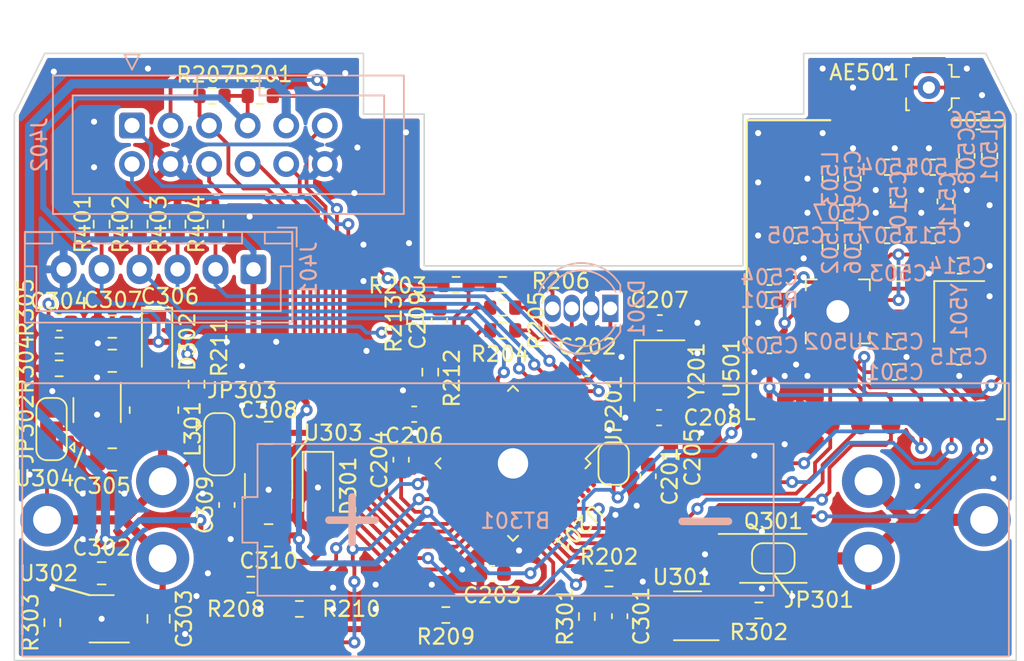
<source format=kicad_pcb>
(kicad_pcb (version 20240108) (generator "pcbnew") (generator_version "8.0")
  (layers (0 "F.Cu" signal) (31 "B.Cu" signal) (34 "B.Paste" user) (35 "F.Paste" user) (36 "B.SilkS" user "B.Silkscreen") (37 "F.SilkS" user "F.Silkscreen") (38 "B.Mask" user) (39 "F.Mask" user) (44 "Edge.Cuts" user))
  (net 0 "")
  (net 1 "+BATT")
  (net 2 "GND")
  (net 3 "+3V3")
  (net 4 "Net-(C505-Pad2)")
  (net 5 "Net-(C509-Pad2)")
  (net 6 "Net-(L502-Pad1)")
  (net 7 "Net-(L506-Pad1)")
  (net 8 "Net-(R501-Pad1)")
  (net 9 "/Connectors/BOOT")
  (net 10 "/Connectors/RST")
  (net 11 "/Connectors/SWDIO")
  (net 12 "/Connectors/SWCLK")
  (net 13 "/Connectors/RX")
  (net 14 "/Connectors/TX")
  (net 15 "/Connectors/USBD+")
  (net 16 "/Connectors/USBD-")
  (net 17 "+5V")
  (net 18 "/MCU/CHG")
  (net 19 "VCC")
  (net 20 "/RF-Module/Ant")
  (net 21 "/RF-Module/XT2")
  (net 22 "/RF-Module/XT1")
  (net 23 "Net-(D201-Pad1)")
  (net 24 "Net-(D201-Pad3)")
  (net 25 "Net-(D201-Pad4)")
  (net 26 "/MCU/LED_R")
  (net 27 "/MCU/LED_G")
  (net 28 "/MCU/LED_B")
  (net 29 "/MCU/GDO2")
  (net 30 "/MCU/GDO0")
  (net 31 "/MCU/VBu")
  (net 32 "/MCU/VCap")
  (net 38 "/MCU/BATT_ADC")
  (net 39 "/MCU/BATT_ADC_EN")
  (net 42 "/MCU/USB_DET")
  (net 43 "Net-(BT301-Pad2)")
  (net 46 "/MCU/RF_SS")
  (net 47 "/MCU/RF_SCK")
  (net 48 "/MCU/RF_MISO")
  (net 49 "/MCU/RF_MOSI")
  (net 52 "/Connectors/IN1")
  (net 53 "/Connectors/IN2")
  (net 54 "/Connectors/IN3")
  (net 55 "/Connectors/IN4")
  (net 56 "/MCU/XT2")
  (net 57 "/MCU/XT1")
  (net 58 "Net-(C301-Pad1)")
  (net 59 "Net-(C304-Pad2)")
  (net 60 "Net-(C309-Pad1)")
  (net 61 "Net-(C506-Pad1)")
  (net 62 "Net-(C507-Pad2)")
  (net 63 "Net-(C508-Pad1)")
  (net 64 "Net-(C510-Pad2)")
  (net 65 "Net-(C512-Pad2)")
  (net 66 "Net-(C513-Pad2)")
  (net 67 "Net-(D302-Pad2)")
  (net 68 "Net-(JP302-Pad2)")
  (net 69 "Net-(JP303-Pad2)")
  (net 71 "Net-(Q301-Pad4)")
  (net 72 "Net-(Q301-Pad5)")
  (net 74 "Net-(R302-Pad2)")
  (net 75 "Net-(R303-Pad1)")
  (footprint "Capacitor_SMD:C_0603_1608Metric" (layer "F.Cu") (at 144 90.6 90)
    (property "Reference" "C209")
    (property "Value" "100n")
  )
  (footprint "Resistor_SMD:R_0603_1608Metric" (layer "F.Cu") (at 148.175 89.75)
    (property "Reference" "R205")
    (property "Value" "470R")
  )
  (footprint "Package_SO:TSSOP-8_4.4x3mm_P0.65mm" (layer "F.Cu") (at 166 106.269)
    (property "Reference" "Q301")
    (property "Value" "FS8205A")
  )
  (footprint "Capacitor_SMD:C_0603_1608Metric" (layer "F.Cu") (at 158.475 97)
    (property "Reference" "C208")
    (property "Value" "22p")
  )
  (footprint "Crystal:Crystal_SMD_3225-4Pin_3.2x2.5mm" (layer "F.Cu") (at 158.5 93.9 -90)
    (property "Reference" "Y201")
    (property "Value" "8MHz")
  )
  (footprint "Capacitor_SMD:C_0603_1608Metric" (layer "F.Cu") (at 170.5 83.5)
    (property "Reference" "C507")
    (property "Value" "1p")
  )
  (footprint "Diode_SMD:D_SOD-123" (layer "F.Cu") (at 125.4 92 -90)
    (property "Reference" "D302")
    (property "Value" "MBR0530")
  )
  (footprint "Capacitor_SMD:C_0603_1608Metric" (layer "F.Cu") (at 155.878 110.079 -90)
    (property "Reference" "C301")
    (property "Value" "100n")
  )
  (footprint "Resistor_SMD:R_0603_1608Metric" (layer "F.Cu") (at 165.0455 109.698 180)
    (property "Reference" "R302")
    (property "Value" "1k")
  )
  (footprint "Resistor_SMD:R_0603_1608Metric" (layer "F.Cu") (at 128 94.8 90)
    (property "Reference" "R211")
    (property "Value" "340k")
  )
  (footprint "Inductor_SMD:L_0603_1608Metric" (layer "F.Cu") (at 169.75 85.75 90)
    (property "Reference" "L502")
    (property "Value" "12n")
  )
  (footprint "Capacitor_SMD:C_0603_1608Metric" (layer "F.Cu") (at 153.75 93.75)
    (property "Reference" "C202")
    (property "Value" "100n")
  )
  (footprint "Resistor_SMD:R_0603_1608Metric" (layer "F.Cu") (at 134.775 109.6)
    (property "Reference" "R210")
    (property "Value" "2k")
  )
  (footprint "Resistor_SMD:R_0603_1608Metric" (layer "F.Cu") (at 118.5 110.5 90)
    (property "Reference" "R303")
    (property "Value" "2k")
  )
  (footprint "Resistor_SMD:R_0603_1608Metric" (layer "F.Cu") (at 131.575 108)
    (property "Reference" "R208")
    (property "Value" "1k")
  )
  (footprint "Capacitor_SMD:C_0603_1608Metric" (layer "F.Cu") (at 147.48 107.271 180)
    (property "Reference" "C203")
    (property "Value" "100n")
  )
  (footprint "lqfpn48_multi:LQFPN-48_7x7_multi" (layer "F.Cu") (at 148.850101 100.010949 -135)
    (property "Reference" "U201")
    (property "Value" "STM32L072K")
  )
  (footprint "Capacitor_SMD:C_0805_2012Metric" (layer "F.Cu") (at 122.45 93.25 180)
    (property "Reference" "C306")
    (property "Value" "4u7")
  )
  (footprint "Capacitor_SMD:C_0603_1608Metric" (layer "F.Cu") (at 178.75 79.75 90)
    (property "Reference" "C508")
    (property "Value" "12p")
  )
  (footprint "Package_TO_SOT_SMD:SOT-23-5" (layer "F.Cu") (at 121.45 96.5 -90)
    (property "Reference" "U304")
    (property "Value" "TPS61040DBV")
  )
  (footprint "Package_TO_SOT_SMD:SOT-23-5" (layer "F.Cu") (at 121.75 110.25 180)
    (property "Reference" "U302")
    (property "Value" "MCP73832-2-OT")
  )
  (footprint "CC1101_MOD868:CC1101_MOD868" (layer "F.Cu") (at 165.75 97.1 90)
    (property "Reference" "U501")
    (property "Value" "CC1101_868_MOD")
  )
  (footprint "Package_TO_SOT_SMD:SOT-23-5" (layer "F.Cu") (at 132.75 101.5 -90)
    (property "Reference" "U303")
    (property "Value" "LR6207A-T33")
  )
  (footprint "Capacitor_SMD:C_0805_2012Metric" (layer "F.Cu") (at 125.5 110.25 -90)
    (property "Reference" "C303")
    (property "Value" "4u7")
  )
  (footprint "Capacitor_SMD:C_0603_1608Metric" (layer "F.Cu") (at 141.48 99.771 90)
    (property "Reference" "C204")
    (property "Value" "100n")
  )
  (footprint "Resistor_SMD:R_0603_1608Metric" (layer "F.Cu") (at 118.95 93.75)
    (property "Reference" "R305")
    (property "Value" "165k")
  )
  (footprint "Inductor_SMD:L_0603_1608Metric" (layer "F.Cu") (at 176.5 80.5)
    (property "Reference" "L505")
    (property "Value" "12n")
  )
  (footprint "Inductor_SMD:L_0603_1608Metric" (layer "F.Cu") (at 173.5 80.5)
    (property "Reference" "L504")
    (property "Value" "12n")
  )
  (footprint "Resistor_SMD:R_0603_1608Metric" (layer "F.Cu") (at 145.1 88.25)
    (property "Reference" "R203")
    (property "Value" "NP")
  )
  (footprint "Resistor_SMD:R_0603_1608Metric" (layer "F.Cu") (at 144.425 110 180)
    (property "Reference" "R209")
    (property "Value" "100k")
  )
  (footprint "Capacitor_SMD:C_0603_1608Metric" (layer "F.Cu") (at 174 94 180)
    (property "Reference" "C501")
    (property "Value" "100n")
  )
  (footprint "Resistor_SMD:R_0603_1608Metric" (layer "F.Cu") (at 148.175 91.25)
    (property "Reference" "R204")
    (property "Value" "470R")
  )
  (footprint "Resistor_SMD:R_0603_1608Metric" (layer "F.Cu") (at 148.175 88.25)
    (property "Reference" "R206")
    (property "Value" "470R")
  )
  (footprint "Jumper:SolderJumper-3_P1.3mm_Bridged12_RoundedPad1.0x1.5mm" (layer "F.Cu") (at 118.45 97.75 90)
    (property "Reference" "JP302")
    (property "Value" "EN")
  )
  (footprint "Capacitor_SMD:C_0805_2012Metric" (layer "F.Cu") (at 122.45 99.75)
    (property "Reference" "C305")
    (property "Value" "4u7")
  )
  (footprint "Diode_SMD:D_SOD-123" (layer "F.Cu") (at 136 101.5 -90)
    (property "Reference" "D301")
    (property "Value" "MBR0530")
  )
  (footprint "Jumper:SolderJumper-2_P1.3mm_Bridged_RoundedPad1.0x1.5mm" (layer "F.Cu") (at 155.48 100.021 90)
    (property "Reference" "JP201")
    (property "Value" "VBu_3V3")
  )
  (footprint "Crystal:Crystal_SMD_3225-4Pin_3.2x2.5mm" (layer "F.Cu") (at 178.25 90 -90)
    (property "Reference" "Y501")
    (property "Value" "26MHz")
  )
  (footprint "Resistor_SMD:R_0603_1608Metric" (layer "F.Cu") (at 153.719 110.1025 90)
    (property "Reference" "R301")
    (property "Value" "100R")
  )
  (footprint "Capacitor_SMD:C_0603_1608Metric" (layer "F.Cu") (at 130 102.75 90)
    (property "Reference" "C309")
    (property "Value" "NP")
  )
  (footprint "Resistor_SMD:R_0603_1608Metric" (layer "F.Cu") (at 165.75 89.25 180)
    (property "Reference" "R501")
    (property "Value" "56k")
  )
  (footprint "Capacitor_SMD:C_0603_1608Metric" (layer "F.Cu") (at 165.75 92.25)
    (property "Reference" "C502")
    (property "Value" "100n")
  )
  (footprint "Capacitor_SMD:C_0603_1608Metric" (layer "F.Cu") (at 177.325 82.75 90)
    (property "Reference" "C511")
    (property "Value" "NP")
  )
  (footprint "Capacitor_SMD:C_0603_1608Metric" (layer "F.Cu") (at 178.225 93)
    (property "Reference" "C515")
    (property "Value" "27p")
  )
  (footprint "Resistor_SMD:R_0603_1608Metric" (layer "F.Cu") (at 121.75 84.25 90)
    (property "Reference" "R401")
    (property "Value" "NP")
  )
  (footprint "Resistor_SMD:R_0603_1608Metric" (layer "F.Cu") (at 143.4 94 -90)
    (property "Reference" "R212")
    (property "Value" "NP")
  )
  (footprint "Resistor_SMD:R_0603_1608Metric" (layer "F.Cu") (at 132.2 75.8)
    (property "Reference" "R201")
    (property "Value" "10k")
  )
  (footprint "Capacitor_SMD:C_0805_2012Metric" (layer "F.Cu") (at 121.75 107.25)
    (property "Reference" "C302")
    (property "Value" "4u7")
  )
  (footprint "Capacitor_SMD:C_0603_1608Metric" (layer "F.Cu") (at 179.5 77.5 180)
    (property "Reference" "C506")
    (property "Value" "47p")
  )
  (footprint "Resistor_SMD:R_0603_1608Metric" (layer "F.Cu") (at 126.75 84.25 90)
    (property "Reference" "R403")
    (property "Value" "NP")
  )
  (footprint "Capacitor_SMD:C_0603_1608Metric" (layer "F.Cu") (at 118.95 90.75)
    (property "Reference" "C304")
    (property "Value" "3p3")
  )
  (footprint "Jumper:SolderJumper-3_P1.3mm_Bridged12_RoundedPad1.0x1.5mm" (layer "F.Cu") (at 129.5 98.75 -90)
    (property "Reference" "JP303")
    (property "Value" "EN")
  )
  (footprint "Resistor_SMD:R_0603_1608Metric" (layer "F.Cu") (at 129.25 84.25 90)
    (property "Reference" "R404")
    (property "Value" "NP")
  )
  (footprint "Capacitor_SMD:C_0603_1608Metric" (layer "F.Cu") (at 171.25 81.25 90)
    (property "Reference" "C509")
    (property "Value" "1p5")
  )
  (footprint "Package_TO_SOT_SMD:SOT-23-6_Handsoldering" (layer "F.Cu") (at 160.35 110.05 180)
    (property "Reference" "U301")
    (property "Value" "DW01")
  )
  (footprint "Connector_Coaxial:U.FL_Molex_MCRF_73412-0110_Vertical" (layer "F.Cu") (at 176.25 75.25 90)
    (property "Reference" "AE501")
    (property "Value" "Antenna_Shield")
  )
  (footprint "Inductor_SMD:L_Wuerth_MAPI-3015" (layer "F.Cu") (at 125.2 96.5 90)
    (property "Reference" "L301")
    (property "Value" "10u")
  )
  (footprint "Capacitor_SMD:C_0603_1608Metric" (layer "F.Cu") (at 174.25 82.75 90)
    (property "Reference" "C510")
    (property "Value" "3p3")
  )
  (footprint "Capacitor_SMD:C_0603_1608Metric" (layer "F.Cu") (at 142.3425 96.771 180)
    (property "Reference" "C206")
    (property "Value" "NP")
  )
  (footprint "Capacitor_SMD:C_0805_2012Metric" (layer "F.Cu") (at 132.75 98 180)
    (property "Reference" "C308")
    (property "Value" "4u7")
  )
  (footprint "Capacitor_SMD:C_0603_1608Metric" (layer "F.Cu") (at 174.25 87.5 180)
    (property "Reference" "C503")
    (property "Value" "100n")
  )
  (footprint "Capacitor_SMD:C_0603_1608Metric" (layer "F.Cu") (at 159.25 99.6125 -90)
    (property "Reference" "C205")
    (property "Value" "100n")
  )
  (footprint "Capacitor_SMD:C_0805_2012Metric" (layer "F.Cu") (at 132.75 104.75 180)
    (property "Reference" "C310")
    (property "Value" "4u7")
  )
  (footprint "Capacitor_SMD:C_0805_2012Metric" (layer "F.Cu") (at 122.45 91 180)
    (property "Reference" "C307")
    (property "Value" "4u7")
  )
  (footprint "Capacitor_SMD:C_0603_1608Metric" (layer "F.Cu") (at 176.525 85 180)
    (property "Reference" "C513")
    (property "Value" "100p")
  )
  (footprint "Resistor_SMD:R_0603_1608Metric" (layer "F.Cu") (at 142.4 90.6 90)
    (property "Reference" "R213")
    (property "Value" "340k")
  )
  (footprint "Resistor_SMD:R_0603_1608Metric" (layer "F.Cu") (at 129.025 75.8 180)
    (property "Reference" "R207")
    (property "Value" "100k")
  )
  (footprint "Capacitor_SMD:C_0603_1608Metric" (layer "F.Cu") (at 174 92 180)
    (property "Reference" "C512")
    (property "Value" "100n")
  )
  (footprint "Capacitor_SMD:C_0603_1608Metric" (layer "F.Cu") (at 158.525 90.75 180)
    (property "Reference" "C207")
    (property "Value" "22p")
  )
  (footprint "Inductor_SMD:L_0603_1608Metric" (layer "F.Cu") (at 169.75 81.25 90)
    (property "Reference" "L503")
    (property "Value" "18n")
  )
  (footprint "Capacitor_SMD:C_0603_1608Metric" (layer "F.Cu") (at 165.75 87.75)
    (property "Reference" "C504")
    (property "Value" "100n")
  )
  (footprint "Resistor_SMD:R_0603_1608Metric" (layer "F.Cu") (at 118.95 92.25 180)
    (property "Reference" "R304")
    (property "Value" "430k")
  )
  (footprint "Jumper:SolderJumper-2_P1.3mm_Open_RoundedPad1.0x1.5mm" (layer "F.Cu") (at 166 106.269 180)
    (property "Reference" "JP301")
    (property "Value" "BP_Prot")
  )
  (footprint "Capacitor_SMD:C_0603_1608Metric" (layer "F.Cu") (at 167.5 85)
    (property "Reference" "C505")
    (property "Value" "1p5")
  )
  (footprint "Resistor_SMD:R_0603_1608Metric" (layer "F.Cu") (at 124.25 84.25 90)
    (property "Reference" "R402")
    (property "Value" "NP")
  )
  (footprint "Package_DFN_QFN:QFN-20-1EP_4x4mm_P0.5mm_EP2.5x2.5mm" (layer "F.Cu") (at 170.25 90 90)
    (property "Reference" "U502")
    (property "Value" "CC1101")
  )
  (footprint "Capacitor_SMD:C_0603_1608Metric" (layer "F.Cu") (at 157.75 100.8625 -90)
    (property "Reference" "C201")
    (property "Value" "100n")
  )
  (footprint "Inductor_SMD:L_0603_1608Metric" (layer "F.Cu") (at 171.25 85.75 90)
    (property "Reference" "L506")
    (property "Value" "12n")
  )
  (footprint "Inductor_SMD:L_0603_1608Metric" (layer "F.Cu") (at 180.25 79.75 90)
    (property "Reference" "L501")
    (property "Value" "3n3")
  )
  (footprint "Capacitor_SMD:C_0603_1608Metric" (layer "F.Cu") (at 178.275 87 180)
    (property "Reference" "C514")
    (property "Value" "27p")
  )
  (footprint "Resistor_SMD:R_0603_1608Metric" (layer "F.Cu") (at 155.175 107.6)
    (property "Reference" "R202")
    (property "Value" "10k")
  )
  (footprint "Inductor_SMD:L_0603_1608Metric" (layer "F.Cu") (at 173.5 85 180)
    (property "Reference" "L507")
    (property "Value" "18n")
  )
  (footprint "LED_THT:LED_D5.0mm-4_RGB" (layer "B.Cu") (at 155.265 89.8 180)
    (property "Reference" "D201")
    (property "Value" "LED_RKGB")
  )
  (footprint "Connector_IDC:IDC-Header_2x06_P2.54mm_Vertical" (layer "B.Cu") (at 123.75 77.75 -90)
    (property "Reference" "J402")
    (property "Value" "CONN_PORT")
  )
  (footprint "Connector_JST:JST_XH_B6B-XH-A_1x06_P2.50mm_Vertical" (layer "B.Cu") (at 131.75 87.225 180)
    (property "Reference" "J401")
    (property "Value" "Conn_01x06")
  )
  (footprint "keystone_54:Keystone_54_18650" (layer "B.Cu") (at 149.02 103.729 180)
    (property "Reference" "BT301")
    (property "Value" "18650")
  )
  (gr_line (start 120 100.25) (end 120.5 98.95) (stroke (width 0.15)) (layer "F.SilkS"))
  (gr_line (start 135.25 98.5) (end 134.31 99.7) (stroke (width 0.15)) (layer "F.SilkS"))
  (gr_line (start 166 107.269) (end 167 108.6) (stroke (width 0.15)) (layer "F.SilkS"))
  (gr_line (start 120.95 108.69) (end 118.5 108) (stroke (width 0.15)) (layer "F.SilkS"))
  (gr_line (start 164 87) (end 164 77) (stroke (width 0.1)) (layer "Edge.Cuts"))
  (gr_line (start 139 73) (end 118 73) (stroke (width 0.1)) (layer "Edge.Cuts"))
  (gr_line (start 143 87) (end 164 87) (stroke (width 0.1)) (layer "Edge.Cuts"))
  (gr_line (start 116 77) (end 116 113) (stroke (width 0.1)) (layer "Edge.Cuts"))
  (gr_line (start 168 73) (end 180 73) (stroke (width 0.1)) (layer "Edge.Cuts"))
  (gr_line (start 182 113) (end 182 77) (stroke (width 0.1)) (layer "Edge.Cuts"))
  (gr_line (start 168 73) (end 168 77) (stroke (width 0.1)) (layer "Edge.Cuts"))
  (gr_line (start 180 73) (end 182 77) (stroke (width 0.1)) (layer "Edge.Cuts"))
  (gr_line (start 139 77) (end 139 73) (stroke (width 0.1)) (layer "Edge.Cuts"))
  (gr_line (start 116 77) (end 118 73) (stroke (width 0.1)) (layer "Edge.Cuts"))
  (gr_line (start 143 77) (end 139 77) (stroke (width 0.1)) (layer "Edge.Cuts"))
  (gr_line (start 143 77) (end 143 87) (stroke (width 0.1)) (layer "Edge.Cuts"))
  (gr_line (start 168 77) (end 164 77) (stroke (width 0.1)) (layer "Edge.Cuts"))
  (gr_line (start 116 113) (end 182 113) (stroke (width 0.1)) (layer "Edge.Cuts"))
  (segment (start 123.23 103.729) (end 125.77 101.189) (width 0.6) (layer "F.Cu") (net 1))
  (segment (start 125.5 109.3) (end 125.5 108.6) (width 0.4) (layer "F.Cu") (net 1))
  (segment (start 125.77 101.189) (end 125.77 98.12) (width 0.6) (layer "F.Cu") (net 1))
  (segment (start 125.5 108.6) (end 125.77 108.33) (width 0.4) (layer "F.Cu") (net 1))
  (segment (start 118.5 99.1) (end 118.45 99.05) (width 0.25) (layer "F.Cu") (net 1))
  (segment (start 126.211 101.189) (end 128 99.4) (width 0.25) (layer "F.Cu") (net 1))
  (segment (start 122.4 97.6375) (end 122.4 98.75) (width 0.4) (layer "F.Cu") (net 1))
  (segment (start 128 99.4) (end 128 95.625) (width 0.25) (layer "F.Cu") (net 1))
  (segment (start 125.77 106.269) (end 123.23 103.729) (width 0.6) (layer "F.Cu") (net 1))
  (segment (start 123.4 99.35) (end 125.2 97.55) (width 0.4) (layer "F.Cu") (net 1))
  (segment (start 118.15 103.729) (end 118.15 101.35) (width 0.25) (layer "F.Cu") (net 1))
  (segment (start 118.15 101.35) (end 118.5 101) (width 0.25) (layer "F.Cu") (net 1))
  (segment (start 125.77 108.33) (end 125.77 106.269) (width 0.4) (layer "F.Cu") (net 1))
  (segment (start 153.719 110.9275) (end 128.6775 110.9275) (width 0.4) (layer "F.Cu") (net 1))
  (segment (start 122.4 98.75) (end 123.4 99.75) (width 0.4) (layer "F.Cu") (net 1))
  (segment (start 118.5 101) (end 118.5 99.1) (width 0.25) (layer "F.Cu") (net 1))
  (segment (start 128.6775 110.9275) (end 127.05 109.3) (width 0.4) (layer "F.Cu") (net 1))
  (segment (start 125.77 101.189) (end 126.211 101.189) (width 0.25) (layer "F.Cu") (net 1))
  (segment (start 122.8875 109.3) (end 125.5 109.3) (width 0.4) (layer "F.Cu") (net 1))
  (segment (start 125.77 98.12) (end 125.2 97.55) (width 0.6) (layer "F.Cu") (net 1))
  (segment (start 127.05 109.3) (end 125.5 109.3) (width 0.4) (layer "F.Cu") (net 1))
  (segment (start 123.4 99.75) (end 123.4 99.35) (width 0.4) (layer "F.Cu") (net 1))
  (segment (start 118.15 103.729) (end 123.23 103.729) (width 0.6) (layer "F.Cu") (net 1))
  (segment (start 121.5 91) (end 121.5 92.1) (width 0.4) (layer "F.Cu") (net 2))
  (segment (start 121.45 96.5) (end 121.45 96.8) (width 0.4) (layer "F.Cu") (net 2))
  (segment (start 121.4 96.45) (end 121.45 96.5) (width 0.4) (layer "F.Cu") (net 2))
  (segment (start 144.315779 98.623253) (end 143.692526 98) (width 0.25) (layer "F.Cu") (net 2))
  (segment (start 148.850101 98.950288) (end 148.850101 100.010949) (width 0.25) (layer "F.Cu") (net 2))
  (segment (start 177.45 91.15) (end 177.4 91.1) (width 0.25) (layer "F.Cu") (net 2))
  (segment (start 179.05 87.95) (end 179.05 88.85) (width 0.25) (layer "F.Cu") (net 2))
  (segment (start 121.5 92.1) (end 121.5 93.25) (width 0.4) (layer "F.Cu") (net 2))
  (segment (start 153.8125 94.55) (end 153.25039 94.55) (width 0.25) (layer "F.Cu") (net 2))
  (segment (start 144.315779 98.658607) (end 145.668121 100.010949) (width 0.25) (layer "F.Cu") (net 2))
  (segment (start 174.775 93) (end 174.775 94) (width 0.25) (layer "F.Cu") (net 2))
  (segment (start 142.4 98) (end 141.709 98) (width 0.25) (layer "F.Cu") (net 2))
  (segment (start 147.497759 104.545271) (end 146.6175 105.42553) (width 0.25) (layer "F.Cu") (net 2))
  (segment (start 155.25 93.75) (end 156 93) (width 0.25) (layer "F.Cu") (net 2))
  (segment (start 143.692526 98) (end 142.4 98) (width 0.25) (layer "F.Cu") (net 2))
  (segment (start 179.05 87) (end 179.05 87.95) (width 0.25) (layer "F.Cu") (net 2))
  (segment (start 159.25 100.475) (end 159.775 100.475) (width 0.25) (layer "F.Cu") (net 2))
  (segment (start 152.032081 100.010949) (end 148.850101 100.010949) (width 0.25) (layer "F.Cu") (net 2))
  (segment (start 121.45 95.3625) (end 121.45 96.5) (width 0.4) (layer "F.Cu") (net 2))
  (segment (start 121.45 94.35) (end 121.45 93.3) (width 0.4) (layer "F.Cu") (net 2))
  (segment (start 168.3125 90.5) (end 169.75 90.5) (width 0.25) (layer "F.Cu") (net 2))
  (segment (start 121.5 95.3125) (end 121.45 95.3625) (width 0.4) (layer "F.Cu") (net 2))
  (segment (start 157.75 101.725) (end 158 101.725) (width 0.25) (layer "F.Cu") (net 2))
  (segment (start 148.010412 104.032619) (end 148.850101 103.19293) (width 0.25) (layer "F.Cu") (net 2))
  (segment (start 168.3125 89) (end 169.25 89) (width 0.25) (layer "F.Cu") (net 2))
  (segment (start 148.850101 103.19293) (end 148.850101 100.010949) (width 0.25) (layer "F.Cu") (net 2))
  (segment (start 174.775 92.5) (end 174.775 93) (width 0.25) (layer "F.Cu") (net 2))
  (segment (start 169.75 90.5) (end 170.25 90) (width 0.25) (layer "F.Cu") (net 2))
  (segment (start 159.775 100.475) (end 160.75 99.5) (width 0.25) (layer "F.Cu") (net 2))
  (segment (start 154.6125 93.75) (end 153.8125 94.55) (width 0.25) (layer "F.Cu") (net 2))
  (segment (start 121.45 99.7) (end 121.5 99.75) (width 0.4) (layer "F.Cu") (net 2))
  (segment (start 153.384423 101.363291) (end 152.032081 100.010949) (width 0.25) (layer "F.Cu") (net 2))
  (segment (start 121.45 93.3) (end 121.5 93.25) (width 0.4) (layer "F.Cu") (net 2))
  (segment (start 153.25039 94.55) (end 151.263103 96.537287) (width 0.25) (layer "F.Cu") (net 2))
  (segment (start 177.45 93) (end 177.45 91.15) (width 0.25) (layer "F.Cu") (net 2))
  (segment (start 145.668121 100.010949) (end 148.850101 100.010949) (width 0.25) (layer "F.Cu") (net 2))
  (segment (start 179.05 88.85) (end 179.1 88.9) (width 0.25) (layer "F.Cu") (net 2))
  (segment (start 121.45 95.3625) (end 121.45 94.35) (width 0.4) (layer "F.Cu") (net 2))
  (segment (start 144.315779 98.658607) (end 144.315779 98.623253) (width 0.25) (layer "F.Cu") (net 2))
  (segment (start 150.75045 97.049939) (end 148.850101 98.950288) (width 0.25) (layer "F.Cu") (net 2))
  (segment (start 146.6175 105.42553) (end 146.6175 107.271) (width 0.25) (layer "F.Cu") (net 2))
  (segment (start 121.45 96.8) (end 121.45 99.7) (width 0.4) (layer "F.Cu") (net 2))
  (segment (start 169.25 89) (end 170.25 90) (width 0.25) (layer "F.Cu") (net 2))
  (segment (start 118.45 96.45) (end 121.4 96.45) (width 0.4) (layer "F.Cu") (net 2))
  (segment (start 158 101.725) (end 159.25 100.475) (width 0.25) (layer "F.Cu") (net 2))
  (segment (start 154.6125 93.75) (end 155.25 93.75) (width 0.25) (layer "F.Cu") (net 2))
  (via (at 175.75 83.5) (size 0.8) (drill 0.4) (layers "F.Cu" "B.Cu") (net 2))
  (via (at 130 92) (size 0.8) (drill 0.4) (layers "F.Cu" "B.Cu") (net 2))
  (via (at 172.75 83.5) (size 0.8) (drill 0.4) (layers "F.Cu" "B.Cu") (net 2))
  (via (at 167.5 93.5) (size 0.8) (drill 0.4) (layers "F.Cu" "B.Cu") (net 2))
  (via (at 131 93.6) (size 0.8) (drill 0.4) (layers "F.Cu" "B.Cu") (net 2))
  (via (at 156 93) (size 0.8) (drill 0.4) (layers "F.Cu" "B.Cu") (net 2))
  (via (at 139 85.6) (size 0.8) (drill 0.4) (layers "F.Cu" "B.Cu") (net 2))
  (via (at 161.5 106) (size 0.8) (drill 0.4) (layers "F.Cu" "B.Cu") (net 2))
  (via (at 121.5 92.1) (size 0.8) (drill 0.4) (layers "F.Cu" "B.Cu") (net 2))
  (via (at 131 96.2) (size 0.8) (drill 0.4) (layers "F.Cu" "B.Cu") (net 2))
  (via (at 121.45 96.8) (size 0.8) (drill 0.4) (layers "F.Cu" "B.Cu") (net 2))
  (via (at 157.4 107.8) (size 0.8) (drill 0.4) (layers "F.Cu" "B.Cu") (net 2))
  (via (at 161 90.75) (size 0.8) (drill 0.4) (layers "F.Cu" "B.Cu") (net 2))
  (via (at 136 101.6) (size 0.8) (drill 0.4) (layers "F.Cu" "B.Cu") (net 2))
  (via (at 166.75 94.25) (size 0.8) (drill 0.4) (layers "F.Cu" "B.Cu") (net 2))
  (via (at 132.4 96.2) (size 0.8) (drill 0.4) (layers "F.Cu" "B.Cu") (net 2))
  (via (at 165 81.5) (size 0.8) (drill 0.4) (layers "F.Cu" "B.Cu") (net 2))
  (via (at 156.25 97) (size 0.8) (drill 0.4) (layers "F.Cu" "B.Cu") (net 2))
  (via (at 141.6 95.2) (size 0.8) (drill 0.4) (layers "F.Cu" "B.Cu") (net 2))
  (via (at 174 79.25) (size 0.8) (drill 0.4) (layers "F.Cu" "B.Cu") (net 2))
  (via (at 128.75 107.25) (size 0.8) (drill 0.4) (layers "F.Cu" "B.Cu") (net 2))
  (via (at 139.8 108) (size 0.8) (drill 0.4) (layers "F.Cu" "B.Cu") (net 2))
  (via (at 165.25 104.5) (size 0.8) (drill 0.4) (layers "F.Cu" "B.Cu") (net 2))
  (via (at 128 108.75) (size 0.8) (drill 0.4) (layers "F.Cu" "B.Cu") (net 2))
  (via (at 120.5 102) (size 0.8) (drill 0.4) (layers "F.Cu" "B.Cu") (net 2))
  (via (at 118.5 108.25) (size 0.8) (drill 0.4) (layers "F.Cu" "B.Cu") (net 2))
  (via (at 168.25 81.25) (size 0.8) (drill 0.4) (layers "F.Cu" "B.Cu") (net 2))
  (via (at 172.75 82) (size 0.8) (drill 0.4) (layers "F.Cu" "B.Cu") (net 2))
  (via (at 171.25 79.25) (size 0.8) (drill 0.4) (layers "F.Cu" "B.Cu") (net 2))
  (via (at 180.25 83) (size 0.8) (drill 0.4) (layers "F.Cu" "B.Cu") (net 2))
  (via (at 168 86.5) (size 0.8) (drill 0.4) (layers "F.Cu" "B.Cu") (net 2))
  (via (at 124.8 74) (size 0.8) (drill 0.4) (layers "F.Cu" "B.Cu") (net 2))
  (via (at 145.5 107) (size 0.8) (drill 0.4) (layers "F.Cu" "B.Cu") (net 2))
  (via (at 123.25 102) (size 0.8) (drill 0.4) (layers "F.Cu" "B.Cu") (net 2))
  (via (at 179.75 75.75) (size 0.8) (drill 0.4) (layers "F.Cu" "B.Cu") (net 2))
  (via (at 155.2 97.8) (size 0.8) (drill 0.4) (layers "F.Cu" "B.Cu") (net 2))
  (via (at 128.4 102) (size 0.8) (drill 0.4) (layers "F.Cu" "B.Cu") (net 2))
  (via (at 176.25 87.5) (size 0.8) (drill 0.4) (layers "F.Cu" "B.Cu") (net 2))
  (via (at 161 92.75) (size 0.8) (drill 0.4) (layers "F.Cu" "B.Cu") (net 2))
  (via (at 117 100.75) (size 0.8) (drill 0.4) (layers "F.Cu" "B.Cu") (net 2))
  (via (at 137.8 74.3) (size 0.8) (drill 0.4) (layers "F.Cu" "B.Cu") (net 2))
  (via (at 132.2 109.6) (size 0.8) (drill 0.4) (layers "F.Cu" "B.Cu") (net 2))
  (via (at 165 90.75) (size 0.8) (drill 0.4) (layers "F.Cu" "B.Cu") (net 2))
  (via (at 164.75 99.5) (size 0.8) (drill 0.4) (layers "F.Cu" "B.Cu") (net 2))
  (via (at 139 88) (size 0.8) (drill 0.4) (layers "F.Cu" "B.Cu") (net 2))
  (via (at 164.75 94) (size 0.8) (drill 0.4) (layers "F.Cu" "B.Cu") (net 2))
  (via (at 155.6 103.4) (size 0.8) (drill 0.4) (layers "F.Cu" "B.Cu") (net 2))
  (via (at 157 102.8) (size 0.8) (drill 0.4) (layers "F.Cu" "B.Cu") (net 2))
  (via (at 143.5 108) (size 0.8) (drill 0.4) (layers "F.Cu" "B.Cu") (net 2))
  (via (at 180.25 87) (size 0.8) (drill 0.4) (layers "F.Cu" "B.Cu") (net 2))
  (via (at 137 109.6) (size 0.8) (drill 0.4) (layers "F.Cu" "B.Cu") (net 2))
  (via (at 169.25 74) (size 0.8) (drill 0.4) (layers "F.Cu" "B.Cu") (net 2))
  (via (at 149.25 105.75) (size 0.8) (drill 0.4) (layers "F.Cu" "B.Cu") (net 2))
  (via (at 142 85.5) (size 0.8) (drill 0.4) (layers "F.Cu" "B.Cu") (net 2))
  (via (at 142.4 98) (size 0.8) (drill 0.4) (layers "F.Cu" "B.Cu") (net 2))
  (via (at 165 85) (size 0.8) (drill 0.4) (layers "F.Cu" "B.Cu") (net 2))
  (via (at 165.25 108.25) (size 0.8) (drill 0.4) (layers "F.Cu" "B.Cu") (net 2))
  (via (at 180.5 101) (size 0.8) (drill 0.4) (layers "F.Cu" "B.Cu") (net 2))
  (via (at 131.5 83.75) (size 0.8) (drill 0.4) (layers "F.Cu" "B.Cu") (net 2))
  (via (at 166.75 98.75) (size 0.8) (drill 0.4) (layers "F.Cu" "B.Cu") (net 2))
  (via (at 141.8 78.2) (size 0.8) (drill 0.4) (layers "F.Cu" "B.Cu") (net 2))
  (via (at 171.25 75.25) (size 0.8) (drill 0.4) (layers "F.Cu" "B.Cu") (net 2))
  (via (at 175.75 82) (size 0.8) (drill 0.4) (layers "F.Cu" "B.Cu") (net 2))
  (via (at 118.5 95.25) (size 0.8) (drill 0.4) (layers "F.Cu" "B.Cu") (net 2))
  (via (at 121.25 77.5) (size 0.8) (drill 0.4) (layers "F.Cu" "B.Cu") (net 2))
  (via (at 120.5 105) (size 0.8) (drill 0.4) (layers "F.Cu" "B.Cu") (net 2))
  (via (at 138.4 82.2) (size 0.8) (drill 0.4) (layers "F.Cu" "B.Cu") (net 2))
  (via (at 174.775 93) (size 0.8) (drill 0.4) (layers "F.Cu" "B.Cu") (net 2))
  (via (at 163.25 96.25) (size 0.8) (drill 0.4) (layers "F.Cu" "B.Cu") (net 2))
  (via (at 176.25 79.25) (size 0.8) (drill 0.4) (layers "F.Cu" "B.Cu") (net 2))
  (via (at 127.25 111.25) (size 0.8) (drill 0.4) (layers "F.Cu" "B.Cu") (net 2))
  (via (at 121.45 94.35) (size 0.8) (drill 0.4) (layers "F.Cu" "B.Cu") (net 2))
  (via (at 133.25 92) (size 0.8) (drill 0.4) (layers "F.Cu" "B.Cu") (net 2))
  (via (at 118.6 74.2) (size 0.8) (drill 0.4) (layers "F.Cu" "B.Cu") (net 2))
  (via (at 130.25 105) (size 0.8) (drill 0.4) (layers "F.Cu" "B.Cu") (net 2))
  (via (at 138.6 79.2) (size 0.8) (drill 0.4) (layers "F.Cu" "B.Cu") (net 2))
  (via (at 121.75 110.25) (size 0.8) (drill 0.4) (layers "F.Cu" "B.Cu") (net 2))
  (via (at 137 108.2) (size 0.8) (drill 0.4) (layers "F.Cu" "B.Cu") (net 2))
  (via (at 173.5 74) (size 0.8) (drill 0.4) (layers "F.Cu" "B.Cu") (net 2))
  (via (at 132.75 101.75) (size 0.8) (drill 0.4) (layers "F.Cu" "B.Cu") (net 2))
  (via (at 139.8 109.6) (size 0.8) (drill 0.4) (layers "F.Cu" "B.Cu") (net 2))
  (via (at 165 78.25) (size 0.8) (drill 0.4) (layers "F.Cu" "B.Cu") (net 2))
  (via (at 168.25 83.5) (size 0.8) (drill 0.4) (layers "F.Cu" "B.Cu") (net 2))
  (via (at 178.75 84.25) (size 0.8) (drill 0.4) (layers "F.Cu" "B.Cu") (net 2))
  (via (at 161.25 98) (size 0.8) (drill 0.4) (layers "F.Cu" "B.Cu") (net 2))
  (via (at 121.25 80.5) (size 0.8) (drill 0.4) (layers "F.Cu" "B.Cu") (net 2))
  (via (at 178.25 94.25) (size 0.8) (drill 0.4) (layers "F.Cu" "B.Cu") (net 2))
  (via (at 161.5 107.25) (size 0.8) (drill 0.4) (layers "F.Cu" "B.Cu") (net 2))
  (via (at 168.25 94.25) (size 0.8) (drill 0.4) (layers "F.Cu" "B.Cu") (net 2))
  (via (at 139.2 92.6) (size 0.8) (drill 0.4) (layers "F.Cu" "B.Cu") (net 2))
  (via (at 169.25 78.25) (size 0.8) (drill 0.4) (layers "F.Cu" "B.Cu") (net 2))
  (via (at 178.75 82) (size 0.8) (drill 0.4) (layers "F.Cu" "B.Cu") (net 2))
  (via (at 167.25 108.75) (size 0.8) (drill 0.4) (layers "F.Cu" "B.Cu") (net 2))
  (via (at 175.5 101.5) (size 0.8) (drill 0.4) (layers "F.Cu" "B.Cu") (net 2))
  (via (at 178.75 74) (size 0.8) (drill 0.4) (layers "F.Cu" "B.Cu") (net 2))
  (via (at 180.25 89) (size 0.8) (drill 0.4) (layers "F.Cu" "B.Cu") (net 2))
  (segment (start 135.16 79) (end 127.58 79) (width 0.25) (layer "B.Cu") (net 2))
  (segment (start 127.58 79) (end 126.29 80.29) (width 0.25) (layer "B.Cu") (net 2))
  (segment (start 136.45 80.29) (end 135.16 79) (width 0.25) (layer "B.Cu") (net 2))
  (segment (start 181 94.25) (end 181 86) (width 0.25) (layer "F.Cu") (net 3))
  (segment (start 131.37 77.75) (end 131.37 75.805) (width 0.25) (layer "F.Cu") (net 3))
  (segment (start 165.75 94) (end 166.525 93.225) (width 0.4) (layer "F.Cu") (net 3))
  (segment (start 170.75 91.9375) (end 170.75 92.75) (width 0.25) (layer "F.Cu") (net 3))
  (segment (start 152.8875 93.75) (end 152.8875 93.1125) (width 0.25) (layer "F.Cu") (net 3))
  (segment (start 173.475 86.525) (end 173.475 87.5) (width 0.25) (layer "F.Cu") (net 3))
  (segment (start 164 97.25) (end 163.25 98) (width 0.25) (layer "F.Cu") (net 3))
  (segment (start 180.275 85.275) (end 178.699695 85.275) (width 0.25) (layer "F.Cu") (net 3))
  (segment (start 173 89.5) (end 172.1875 89.5) (width 0.25) (layer "F.Cu") (net 3))
  (segment (start 156.079 100.671) (end 156.75 100) (width 0.25) (layer "F.Cu") (net 3))
  (segment (start 172 94) (end 171.625 93.625) (width 0.25) (layer "F.Cu") (net 3))
  (segment (start 142.340886 100.6335) (end 143.962225 99.012161) (width 0.25) (layer "F.Cu") (net 3))
  (segment (start 165.6 97.1) (end 165.75 97.1) (width 0.25) (layer "F.Cu") (net 3))
  (segment (start 172.75 87.5) (end 173.475 87.5) (width 0.25) (layer "F.Cu") (net 3))
  (segment (start 174.25 89.25) (end 173.25 89.25) (width 0.25) (layer "F.Cu") (net 3))
  (segment (start 150 107.25) (end 148.3635 107.25) (width 0.25) (layer "F.Cu") (net 3))
  (segment (start 143.2 103.2) (end 142.4 103.2) (width 0.25) (layer "F.Cu") (net 3))
  (segment (start 165.75 95) (end 165.75 97.1) (width 0.4) (layer "F.Cu") (net 3))
  (segment (start 175.65 86.25) (end 174.25 86.25) (width 0.25) (layer "F.Cu") (net 3))
  (segment (start 165.75 97.1) (end 164 97.1) (width 0.25) (layer "F.Cu") (net 3))
  (segment (start 155.48 100.671) (end 154.076714 100.671) (width 0.25) (layer "F.Cu") (net 3))
  (segment (start 165.75 95) (end 165.75 94) (width 0.4) (layer "F.Cu") (net 3))
  (segment (start 135.25 96) (end 131.75 92.5) (width 0.4) (layer "F.Cu") (net 3))
  (segment (start 173.25 89.25) (end 173 89.5) (width 0.25) (layer "F.Cu") (net 3))
  (segment (start 141.48 100.6335) (end 142.340886 100.6335) (width 0.25) (layer "F.Cu") (net 3))
  (segment (start 171.987701 93) (end 171.987701 93.012299) (width 0.25) (layer "F.Cu") (net 3))
  (segment (start 171.625 93.625) (end 171.5 93.5) (width 0.25) (layer "F.Cu") (net 3))
  (segment (start 135.25 96.5) (end 135.25 96) (width 0.4) (layer "F.Cu") (net 3))
  (segment (start 129.85 75.8) (end 131.375 75.8) (width 0.25) (layer "F.Cu") (net 3))
  (segment (start 171.25 88.0625) (end 172.1875 88.0625) (width 0.25) (layer "F.Cu") (net 3))
  (segment (start 173.225 94) (end 172 94) (width 0.25) (layer "F.Cu") (net 3))
  (segment (start 147.851313 104.898825) (end 147.851313 105.892313) (width 0.25) (layer "F.Cu") (net 3))
  (segment (start 133.7 104.75) (end 134.5 104.75) (width 0.4) (layer "F.Cu") (net 3))
  (segment (start 134.5 104.75) (end 134.75 105) (width 0.4) (layer "F.Cu") (net 3))
  (segment (start 171.987701 93.012299) (end 171.5 93.5) (width 0.25) (layer "F.Cu") (net 3))
  (segment (start 168.3125 88.0625) (end 168 87.75) (width 0.25) (layer "F.Cu") (net 3))
  (segment (start 173.75 86.25) (end 173.475 86.525) (width 0.25) (layer "F.Cu") (net 3))
  (segment (start 166.8 90.8) (end 166.75 90.75) (width 0.4) (layer "F.Cu") (net 3))
  (segment (start 167.5 90) (end 166.75 90.75) (width 0.25) (layer "F.Cu") (net 3))
  (segment (start 168 87.75) (end 166.525 87.75) (width 0.25) (layer "F.Cu") (net 3))
  (segment (start 166.75 91.25) (end 166.525 91.475) (width 0.4) (layer "F.Cu") (net 3))
  (segment (start 171.5 93.5) (end 170.75 92.75) (width 0.25) (layer "F.Cu") (net 3))
  (segment (start 154.076714 100.671) (end 153.737977 101.009737) (width 0.25) (layer "F.Cu") (net 3))
  (segment (start 131.75 92.5) (end 131.75 87.225) (width 0.4) (layer "F.Cu") (net 3))
  (segment (start 177.974695 86) (end 175.9 86) (width 0.25) (layer "F.Cu") (net 3))
  (segment (start 153.5 92.5) (end 155.25 92.5) (width 0.25) (layer "F.Cu") (net 3))
  (segment (start 156.5 91.25) (end 156.5 89.5) (width 0.25) (layer "F.Cu") (net 3))
  (segment (start 152.8875 93.75) (end 152.8875 94.205784) (width 0.25) (layer "F.Cu") (net 3))
  (segment (start 157.5 88.5) (end 163 88.5) (width 0.25) (layer "F.Cu") (net 3))
  (segment (start 156.75 100) (end 157.75 100) (width 0.25) (layer "F.Cu") (net 3))
  (segment (start 166.5 87.725) (end 166.525 87.75) (width 0.25) (layer "F.Cu") (net 3))
  (segment (start 181 86) (end 180.275 85.275) (width 0.25) (layer "F.Cu") (net 3))
  (segment (start 178.699695 85.275) (end 177.974695 86) (width 0.25) (layer "F.Cu") (net 3))
  (segment (start 168.3125 90) (end 167.5 90) (width 0.25) (layer "F.Cu") (net 3))
  (segment (start 142.4 103.2) (end 141.48 102.28) (width 0.25) (layer "F.Cu") (net 3))
  (segment (start 166.525 91.475) (end 166.525 92.25) (width 0.4) (layer "F.Cu") (net 3))
  (segment (start 152.8875 94.205784) (end 150.90955 96.183734) (width 0.25) (layer "F.Cu") (net 3))
  (segment (start 180.375 94.875) (end 181 94.25) (width 0.25) (layer "F.Cu") (net 3))
  (segment (start 175.9 86) (end 175.65 86.25) (width 0.25) (layer "F.Cu") (net 3))
  (segment (start 166.525 93.225) (end 166.525 92.25) (width 0.4) (layer "F.Cu") (net 3))
  (segment (start 147.851313 105.892313) (end 148.3425 106.3835) (width 0.25) (layer "F.Cu") (net 3))
  (segment (start 155.48 101.98) (end 155.75 102.25) (width 0.25) (layer "F.Cu") (net 3))
  (segment (start 131.37 75.805) (end 131.375 75.8) (width 0.25) (layer "F.Cu") (net 3))
  (segment (start 148.3635 107.25) (end 148.3425 107.271) (width 0.25) (layer "F.Cu") (net 3))
  (segment (start 163 88.5) (end 164 89.5) (width 0.25) (layer "F.Cu") (net 3))
  (segment (start 155.25 92.5) (end 156.5 91.25) (width 0.25) (layer "F.Cu") (net 3))
  (segment (start 164 89.5) (end 164 97.25) (width 0.25) (layer "F.Cu") (net 3))
  (segment (start 156.5 89.5) (end 157.5 88.5) (width 0.25) (layer "F.Cu") (net 3))
  (segment (start 166.75 90.75) (end 166.75 91.25) (width 0.4) (layer "F.Cu") (net 3))
  (segment (start 174.25 86.25) (end 173.75 86.25) (width 0.25) (layer "F.Cu") (net 3))
  (segment (start 148.3425 106.3835) (end 148.3425 107.271) (width 0.25) (layer "F.Cu") (net 3))
  (segment (start 141.48 102.28) (end 141.48 100.6335) (width 0.25) (layer "F.Cu") (net 3))
  (segment (start 155.48 100.671) (end 156.079 100.671) (width 0.25) (layer "F.Cu") (net 3))
  (segment (start 152.8875 93.1125) (end 153.5 92.5) (width 0.25) (layer "F.Cu") (net 3))
  (segment (start 133.7 102.6375) (end 133.7 104.75) (width 0.4) (layer "F.Cu") (net 3))
  (segment (start 172.1875 88.0625) (end 172.75 87.5) (width 0.25) (layer "F.Cu") (net 3))
  (segment (start 155.48 100.671) (end 155.48 101.98) (width 0.25) (layer "F.Cu") (net 3))
  (segment (start 169.75 88.0625) (end 169.25 88.0625) (width 0.25) (layer "F.Cu") (net 3))
  (segment (start 169.25 88.0625) (end 168.3125 88.0625) (width 0.25) (layer "F.Cu") (net 3))
  (via (at 166.75 90.75) (size 0.8) (drill 0.4) (layers "F.Cu" "B.Cu") (net 3))
  (via (at 174.25 89.25) (size 0.8) (drill 0.4) (layers "F.Cu" "B.Cu") (net 3))
  (via (at 134.75 105) (size 0.8) (drill 0.4) (layers "F.Cu" "B.Cu") (net 3))
  (via (at 168 87.75) (size 0.8) (drill 0.4) (layers "F.Cu" "B.Cu") (net 3))
  (via (at 155.75 102.25) (size 0.8) (drill 0.4) (layers "F.Cu" "B.Cu") (net 3))
  (via (at 180.375 94.875) (size 0.8) (drill 0.4) (layers "F.Cu" "B.Cu") (net 3))
  (via (at 174.25 86.25) (size 0.8) (drill 0.4) (layers "F.Cu" "B.Cu") (net 3))
  (via (at 163.25 98) (size 0.8) (drill 0.4) (layers "F.Cu" "B.Cu") (net 3))
  (via (at 171.987701 93) (size 0.8) (drill 0.4) (layers "F.Cu" "B.Cu") (net 3))
  (via (at 143.2 103.2) (size 0.8) (drill 0.4) (layers "F.Cu" "B.Cu") (net 3))
  (via (at 135.25 96.5) (size 0.8) (drill 0.4) (layers "F.Cu" "B.Cu") (net 3))
  (via (at 165.75 95) (size 0.8) (drill 0.4) (layers "F.Cu" "B.Cu") (net 3))
  (via (at 150 107.25) (size 0.8) (drill 0.4) (layers "F.Cu" "B.Cu") (net 3))
  (segment (start 117.9 78.1) (end 120.1 75.9) (width 0.4) (layer "B.Cu") (net 3))
  (segment (start 162.05 99.2) (end 158.8 99.2) (width 0.25) (layer "B.Cu") (net 3))
  (segment (start 131 85.25) (end 120 85.25) (width 0.4) (layer "B.Cu") (net 3))
  (segment (start 131.75 86) (end 131 85.25) (width 0.4) (layer "B.Cu") (net 3))
  (segment (start 179.75 95.5) (end 171.9 95.5) (width 0.25) (layer "B.Cu") (net 3))
  (segment (start 143.2 103.2) (end 139.8 106.6) (width 0.4) (layer "B.Cu") (net 3))
  (segment (start 117.9 83.15) (end 117.9 78.1) (width 0.4) (layer "B.Cu") (net 3))
  (segment (start 171.987701 95.412299) (end 171.9 95.5) (width 0.25) (layer "B.Cu") (net 3))
  (segment (start 143.2 103.2) (end 147.25 107.25) (width 0.25) (layer "B.Cu") (net 3))
  (segment (start 135.6 106.6) (end 134.75 105.75) (width 0.4) (layer "B.Cu") (net 3))
  (segment (start 134.75 105) (end 134.75 97) (width 0.4) (layer "B.Cu") (net 3))
  (segment (start 155.25 101.75) (end 155.75 102.25) (width 0.25) (layer "B.Cu") (net 3))
  (segment (start 120 85.25) (end 117.9 83.15) (width 0.4) (layer "B.Cu") (net 3))
  (segment (start 150 107.25) (end 153.5 103.75) (width 0.25) (layer "B.Cu") (net 3))
  (segment (start 153.5 102.5) (end 154.25 101.75) (width 0.25) (layer "B.Cu") (net 3))
  (segment (start 174.25 86.25) (end 174.25 89.25) (width 0.25) (layer "B.Cu") (net 3))
  (segment (start 166.75 90.75) (end 166.75 89) (width 0.25) (layer "B.Cu") (net 3))
  (segment (start 163.25 98) (end 162.05 99.2) (width 0.25) (layer "B.Cu") (net 3))
  (segment (start 166.75 89) (end 168 87.75) (width 0.25) (layer "B.Cu") (net 3))
  (segment (start 171.9 95.5) (end 166.25 95.5) (width 0.25) (layer "B.Cu") (net 3))
  (segment (start 147.25 107.25) (end 150 107.25) (width 0.25) (layer "B.Cu") (net 3))
  (segment (start 131.75 87.225) (end 131.75 86) (width 0.4) (layer "B.Cu") (net 3))
  (segment (start 171.987701 93) (end 171.987701 95.412299) (width 0.25) (layer "B.Cu") (net 3))
  (segment (start 134.75 105.75) (end 134.75 105) (width 0.4) (layer "B.Cu") (net 3))
  (segment (start 120.1 75.9) (end 129.52 75.9) (width 0.4) (layer "B.Cu") (net 3))
  (segment (start 139.8 106.6) (end 135.6 106.6) (width 0.4) (layer "B.Cu") (net 3))
  (segment (start 166.25 95.5) (end 165.75 95) (width 0.25) (layer "B.Cu") (net 3))
  (segment (start 158.8 99.2) (end 155.75 102.25) (width 0.25) (layer "B.Cu") (net 3))
  (segment (start 154.25 101.75) (end 155.25 101.75) (width 0.25) (layer "B.Cu") (net 3))
  (segment (start 153.5 103.75) (end 153.5 102.5) (width 0.25) (layer "B.Cu") (net 3))
  (segment (start 180.375 94.875) (end 179.75 95.5) (width 0.25) (layer "B.Cu") (net 3))
  (segment (start 134.75 97) (end 135.25 96.5) (width 0.4) (layer "B.Cu") (net 3))
  (segment (start 129.52 75.9) (end 131.37 77.75) (width 0.4) (layer "B.Cu") (net 3))
  (segment (start 168.3125 84.9625) (end 168.275 85) (width 0.25) (layer "F.Cu") (net 4))
  (segment (start 169.75 84.9625) (end 168.3125 84.9625) (width 0.25) (layer "F.Cu") (net 4))
  (segment (start 169.75 83.475) (end 169.725 83.5) (width 0.25) (layer "F.Cu") (net 4))
  (segment (start 169.75 82.0375) (end 169.75 83.475) (width 0.25) (layer "F.Cu") (net 4))
  (segment (start 169.75 84.9625) (end 169.75 83.525) (width 0.25) (layer "F.Cu") (net 4))
  (segment (start 169.75 83.525) (end 169.725 83.5) (width 0.25) (layer "F.Cu") (net 4))
  (segment (start 169.75 80.4625) (end 171.2375 80.4625) (width 0.25) (layer "F.Cu") (net 5))
  (segment (start 172.6875 80.475) (end 172.7125 80.5) (width 0.25) (layer "F.Cu") (net 5))
  (segment (start 171.2375 80.4625) (end 171.25 80.475) (width 0.25) (layer "F.Cu") (net 5))
  (segment (start 171.25 80.475) (end 172.6875 80.475) (width 0.25) (layer "F.Cu") (net 5))
  (segment (start 170.25 88.0625) (end 170.25 87.0375) (width 0.25) (layer "F.Cu") (net 6))
  (segment (start 170.25 87.0375) (end 169.75 86.5375) (width 0.25) (layer "F.Cu") (net 6))
  (segment (start 170.75 88.0625) (end 170.75 87.0375) (width 0.25) (layer "F.Cu") (net 7))
  (segment (start 170.75 87.0375) (end 171.25 86.5375) (width 0.25) (layer "F.Cu") (net 7))
  (segment (start 167.25 89.25) (end 166.575 89.25) (width 0.25) (layer "F.Cu") (net 8))
  (segment (start 168.3125 89.5) (end 167.5 89.5) (width 0.25) (layer "F.Cu") (net 8))
  (segment (start 167.5 89.5) (end 167.25 89.25) (width 0.25) (layer "F.Cu") (net 8))
  (segment (start 154.35 107.6) (end 153.4 107.6) (width 0.25) (layer "F.Cu") (net 9))
  (segment (start 135.5 93.5) (end 138.5 96.5) (width 0.25) (layer "F.Cu") (net 9))
  (segment (start 131.37 80.29) (end 132.04 80.29) (width 0.25) (layer "F.Cu") (net 9))
  (segment (start 132.04 80.29) (end 135.5 83.75) (width 0.25) (layer "F.Cu") (net 9))
  (segment (start 152.323763 102.423951) (end 152.899812 103) (width 0.25) (layer "F.Cu") (net 9))
  (segment (start 141.75 106.25) (end 143.25 106.25) (width 0.25) (layer "F.Cu") (net 9))
  (segment (start 152.899812 103) (end 154.5 103) (width 0.25) (layer "F.Cu") (net 9))
  (segment (start 153.4 107.6) (end 153 108) (width 0.25) (layer "F.Cu") (net 9))
  (segment (start 138.5 103) (end 141.75 106.25) (width 0.25) (layer "F.Cu") (net 9))
  (segment (start 138.5 96.5) (end 138.5 103) (width 0.25) (layer "F.Cu") (net 9))
  (segment (start 135.5 83.75) (end 135.5 93.5) (width 0.25) (layer "F.Cu") (net 9))
  (via (at 153 108) (size 0.8) (drill 0.4) (layers "F.Cu" "B.Cu") (net 9))
  (via (at 154.5 103) (size 0.8) (drill 0.4) (layers "F.Cu" "B.Cu") (net 9))
  (via (at 143.25 106.25) (size 0.8) (drill 0.4) (layers "F.Cu" "B.Cu") (net 9))
  (segment (start 145.25 108.25) (end 143.25 106.25) (width 0.25) (layer "B.Cu") (net 9))
  (segment (start 154.5 104.5) (end 151.9 107.1) (width 0.25) (layer "B.Cu") (net 9))
  (segment (start 154.5 103) (end 154.5 104.5) (width 0.25) (layer "B.Cu") (net 9))
  (segment (start 153 108) (end 152 107) (width 0.25) (layer "B.Cu") (net 9))
  (segment (start 150.75 108.25) (end 145.25 108.25) (width 0.25) (layer "B.Cu") (net 9))
  (segment (start 151.9 107.1) (end 150.75 108.25) (width 0.25) (layer "B.Cu") (net 9))
  (segment (start 127 74.4) (end 132.6 74.4) (width 0.25) (layer "F.Cu") (net 10))
  (segment (start 136.3 75.8) (end 133.025 75.8) (width 0.25) (layer "F.Cu") (net 10))
  (segment (start 140 79.5) (end 136.3 75.8) (width 0.25) (layer "F.Cu") (net 10))
  (segment (start 151.616656 96.89084) (end 153.257496 95.25) (width 0.25) (layer "F.Cu") (net 10))
  (segment (start 140 87.2) (end 140 79.5) (width 0.25) (layer "F.Cu") (net 10))
  (segment (start 153.257496 95.25) (end 154.5 95.25) (width 0.25) (layer "F.Cu") (net 10))
  (segment (start 140.6 87.8) (end 140 87.2) (width 0.25) (layer "F.Cu") (net 10))
  (segment (start 126.29 75.11) (end 127 74.4) (width 0.25) (layer "F.Cu") (net 10))
  (segment (start 133.025 74.825) (end 133.025 75.8) (width 0.25) (layer "F.Cu") (net 10))
  (segment (start 132.6 74.4) (end 133.025 74.825) (width 0.25) (layer "F.Cu") (net 10))
  (segment (start 126.29 77.75) (end 126.29 75.11) (width 0.25) (layer "F.Cu") (net 10))
  (via (at 154.5 95.25) (size 0.8) (drill 0.4) (layers "F.Cu" "B.Cu") (net 10))
  (via (at 140.6 87.8) (size 0.8) (drill 0.4) (layers "F.Cu" "B.Cu") (net 10))
  (segment (start 140.6 87.8) (end 141.35 88.55) (width 0.25) (layer "B.Cu") (net 10))
  (segment (start 154.5 95.1) (end 154.5 95.25) (width 0.25) (layer "B.Cu") (net 10))
  (segment (start 141.35 88.55) (end 147.95 88.55) (width 0.25) (layer "B.Cu") (net 10))
  (segment (start 147.95 88.55) (end 154.5 95.1) (width 0.25) (layer "B.Cu") (net 10))
  (segment (start 130.1 79.02) (end 130.1 80.9) (width 0.25) (layer "F.Cu") (net 11))
  (segment (start 138 103.25) (end 141.75 107) (width 0.25) (layer "F.Cu") (net 11))
  (segment (start 135.05 84.3) (end 135.05 93.8) (width 0.25) (layer "F.Cu") (net 11))
  (segment (start 128.2 75.8) (end 128.2 77.12) (width 0.25) (layer "F.Cu") (net 11))
  (segment (start 131.1 81.9) (end 132.65 81.9) (width 0.25) (layer "F.Cu") (net 11))
  (segment (start 132.65 81.9) (end 135.05 84.3) (width 0.25) (layer "F.Cu") (net 11))
  (segment (start 135.05 93.8) (end 138 96.75) (width 0.25) (layer "F.Cu") (net 11))
  (segment (start 138 96.75) (end 138 103.25) (width 0.25) (layer "F.Cu") (net 11))
  (segment (start 130.1 80.9) (end 131.1 81.9) (width 0.25) (layer "F.Cu") (net 11))
  (segment (start 144.335924 107) (end 147.144206 104.191718) (width 0.25) (layer "F.Cu") (net 11))
  (segment (start 141.75 107) (end 144.335924 107) (width 0.25) (layer "F.Cu") (net 11))
  (segment (start 128.2 77.12) (end 128.83 77.75) (width 0.25) (layer "F.Cu") (net 11))
  (segment (start 128.83 77.75) (end 130.1 79.02) (width 0.25) (layer "F.Cu") (net 11))
  (segment (start 143 109) (end 137.5 103.5) (width 0.25) (layer "F.Cu") (net 12))
  (segment (start 137.5 103.5) (end 137.5 97) (width 0.25) (layer "F.Cu") (net 12))
  (segment (start 132.45 82.45) (end 129.85 82.45) (width 0.25) (layer "F.Cu") (net 12))
  (segment (start 134.5 94) (end 134.5 84.5) (width 0.25) (layer "F.Cu") (net 12))
  (segment (start 151.5 107.75) (end 150.25 109) (width 0.25) (layer "F.Cu") (net 12))
  (segment (start 128.83 81.43) (end 128.83 80.29) (width 0.25) (layer "F.Cu") (net 12))
  (segment (start 137.5 97) (end 134.5 94) (width 0.25) (layer "F.Cu") (net 12))
  (segment (start 149.848889 104.898825) (end 151.5 106.549936) (width 0.25) (layer "F.Cu") (net 12))
  (segment (start 129.85 82.45) (end 128.83 81.43) (width 0.25) (layer "F.Cu") (net 12))
  (segment (start 145.25 109.05) (end 145.2 109) (width 0.25) (layer "F.Cu") (net 12))
  (segment (start 145.25 110) (end 145.25 109.05) (width 0.25) (layer "F.Cu") (net 12))
  (segment (start 134.5 84.5) (end 132.45 82.45) (width 0.25) (layer "F.Cu") (net 12))
  (segment (start 145.2 109) (end 143 109) (width 0.25) (layer "F.Cu") (net 12))
  (segment (start 151.5 106.549936) (end 151.5 107.75) (width 0.25) (layer "F.Cu") (net 12))
  (segment (start 150.25 109) (end 145.2 109) (width 0.25) (layer "F.Cu") (net 12))
  (segment (start 142.25 104.5) (end 144.714604 104.5) (width 0.25) (layer "F.Cu") (net 13))
  (segment (start 137.25 83.25) (end 137.25 85.05) (width 0.25) (layer "F.Cu") (net 13))
  (segment (start 137 85.3) (end 137 92.75) (width 0.25) (layer "F.Cu") (net 13))
  (segment (start 137 92.75) (end 140 95.75) (width 0.25) (layer "F.Cu") (net 13))
  (segment (start 140 102.25) (end 142.25 104.5) (width 0.25) (layer "F.Cu") (net 13))
  (segment (start 144.714604 104.5) (end 146.083546 103.131058) (width 0.25) (layer "F.Cu") (net 13))
  (segment (start 137.25 85.05) (end 137 85.3) (width 0.25) (layer "F.Cu") (net 13))
  (segment (start 140 95.75) (end 140 102.25) (width 0.25) (layer "F.Cu") (net 13))
  (via (at 137.25 83.25) (size 0.8) (drill 0.4) (layers "F.Cu" "B.Cu") (net 13))
  (segment (start 125 81) (end 125 79) (width 0.25) (layer "B.Cu") (net 13))
  (segment (start 125 79) (end 123.75 77.75) (width 0.25) (layer "B.Cu") (net 13))
  (segment (start 137.25 83.25) (end 135.75 81.75) (width 0.25) (layer "B.Cu") (net 13))
  (segment (start 135.75 81.75) (end 125.75 81.75) (width 0.25) (layer "B.Cu") (net 13))
  (segment (start 125.75 81.75) (end 125 81) (width 0.25) (layer "B.Cu") (net 13))
  (segment (start 140.5 102) (end 142.5 104) (width 0.25) (layer "F.Cu") (net 14))
  (segment (start 137.45 92.45) (end 140.5 95.5) (width 0.25) (layer "F.Cu") (net 14))
  (segment (start 144.507496 104) (end 145.729992 102.777504) (width 0.25) (layer "F.Cu") (net 14))
  (segment (start 140.5 95.5) (end 140.5 102) (width 0.25) (layer "F.Cu") (net 14))
  (segment (start 138 85) (end 137.45 85.55) (width 0.25) (layer "F.Cu") (net 14))
  (segment (start 138 84.25) (end 138 85) (width 0.25) (layer "F.Cu") (net 14))
  (segment (start 137.45 85.55) (end 137.45 92.45) (width 0.25) (layer "F.Cu") (net 14))
  (segment (start 142.5 104) (end 144.507496 104) (width 0.25) (layer "F.Cu") (net 14))
  (via (at 138 84.25) (size 0.8) (drill 0.4) (layers "F.Cu" "B.Cu") (net 14))
  (segment (start 137.224695 84.25) (end 135.474695 82.5) (width 0.25) (layer "B.Cu") (net 14))
  (segment (start 123.75 81.55) (end 123.75 80.29) (width 0.25) (layer "B.Cu") (net 14))
  (segment (start 138 84.25) (end 137.224695 84.25) (width 0.25) (layer "B.Cu") (net 14))
  (segment (start 135.474695 82.5) (end 124.7 82.5) (width 0.25) (layer "B.Cu") (net 14))
  (segment (start 124.7 82.5) (end 123.75 81.55) (width 0.25) (layer "B.Cu") (net 14))
  (segment (start 136 93.25) (end 139 96.25) (width 0.25) (layer "F.Cu") (net 15))
  (segment (start 134.8 81.18) (end 134.8 82.2) (width 0.25) (layer "F.Cu") (net 15))
  (segment (start 141.863604 105.5) (end 145.128816 105.5) (width 0.25) (layer "F.Cu") (net 15))
  (segment (start 136 83.4) (end 136 93.25) (width 0.25) (layer "F.Cu") (net 15))
  (segment (start 145.128816 105.5) (end 146.790652 103.838164) (width 0.25) (layer "F.Cu") (net 15))
  (segment (start 133.91 80.29) (end 134.8 81.18) (width 0.25) (layer "F.Cu") (net 15))
  (segment (start 139 96.25) (end 139 102.636396) (width 0.25) (layer "F.Cu") (net 15))
  (segment (start 139 102.636396) (end 141.863604 105.5) (width 0.25) (layer "F.Cu") (net 15))
  (segment (start 134.8 82.2) (end 136 83.4) (width 0.25) (layer "F.Cu") (net 15))
  (segment (start 136.45 77.75) (end 135.25 78.95) (width 0.25) (layer "F.Cu") (net 16))
  (segment (start 142 105) (end 139.5 102.5) (width 0.25) (layer "F.Cu") (net 16))
  (segment (start 146.437099 103.484611) (end 144.92171 105) (width 0.25) (layer "F.Cu") (net 16))
  (segment (start 146.437099 103.484611) (end 146.401745 103.484611) (width 0.25) (layer "F.Cu") (net 16))
  (segment (start 135.25 81.85) (end 136.5 83.1) (width 0.25) (layer "F.Cu") (net 16))
  (segment (start 136.5 93) (end 136.5 83.1) (width 0.25) (layer "F.Cu") (net 16))
  (segment (start 144.92171 105) (end 142 105) (width 0.25) (layer "F.Cu") (net 16))
  (segment (start 135.25 78.95) (end 135.25 81.85) (width 0.25) (layer "F.Cu") (net 16))
  (segment (start 139.5 102.5) (end 139.5 96) (width 0.25) (layer "F.Cu") (net 16))
  (segment (start 139.5 96) (end 136.5 93) (width 0.25) (layer "F.Cu") (net 16))
  (segment (start 120.6125 109.3) (end 120.6125 108.6375) (width 0.4) (layer "F.Cu") (net 17))
  (segment (start 135.95 74.75) (end 140.45 79.25) (width 0.25) (layer "F.Cu") (net 17))
  (segment (start 130.75 108) (end 130.75 106.65) (width 0.25) (layer "F.Cu") (net 17))
  (segment (start 136 105) (end 136 103.15) (width 0.4) (layer "F.Cu") (net 17))
  (segment (start 136 106) (end 136 105) (width 0.4) (layer "F.Cu") (net 17))
  (segment (start 120.6125 108.6375) (end 120.8 108.45) (width 0.4) (layer "F.Cu") (net 17))
  (segment (start 129.5 106.5) (end 130.9 106.5) (width 0.4) (layer "F.Cu") (net 17))
  (segment (start 120.8 108.45) (end 120.8 107.25) (width 0.4) (layer "F.Cu") (net 17))
  (segment (start 140.45 79.25) (end 140.45 86.35) (width 0.25) (layer "F.Cu") (net 17))
  (segment (start 142.35 88.25) (end 144.275 88.25) (width 0.25) (layer "F.Cu") (net 17))
  (segment (start 120.75 107.2) (end 120.8 107.25) (width 0.6) (layer "F.Cu") (net 17))
  (segment (start 120.75 106.25) (end 120.75 107.2) (width 0.4) (layer "F.Cu") (net 17))
  (segment (start 135.5 106.5) (end 136 106) (width 0.4) (layer "F.Cu") (net 17))
  (segment (start 128.25 105.25) (end 129.5 106.5) (width 0.4) (layer "F.Cu") (net 17))
  (segment (start 130.9 106.5) (end 135.5 106.5) (width 0.4) (layer "F.Cu") (net 17))
  (segment (start 128.25 103.75) (end 128.25 105.25) (width 0.4) (layer "F.Cu") (net 17))
  (segment (start 130.75 106.65) (end 130.9 106.5) (width 0.25) (layer "F.Cu") (net 17))
  (segment (start 122 105) (end 120.75 106.25) (width 0.4) (layer "F.Cu") (net 17))
  (segment (start 140.45 86.35) (end 142.35 88.25) (width 0.25) (layer "F.Cu") (net 17))
  (via (at 135.95 74.75) (size 0.8) (drill 0.4) (layers "F.Cu" "B.Cu") (net 17))
  (via (at 128.25 103.75) (size 0.8) (drill 0.4) (layers "F.Cu" "B.Cu") (net 17))
  (via (at 122 105) (size 0.8) (drill 0.4) (layers "F.Cu" "B.Cu") (net 17))
  (segment (start 135.95 74.75) (end 134.25 74.75) (width 0.25) (layer "B.Cu") (net 17))
  (segment (start 117 77.8) (end 117 96.125) (width 0.6) (layer "B.Cu") (net 17))
  (segment (start 134.25 74.75) (end 133.6 75.4) (width 0.25) (layer "B.Cu") (net 17))
  (segment (start 133.6 75.4) (end 133.91 75.71) (width 0.6) (layer "B.Cu") (net 17))
  (segment (start 133.2 75) (end 119.8 75) (width 0.6) (layer "B.Cu") (net 17))
  (segment (start 123 105) (end 124.25 103.75) (width 0.4) (layer "B.Cu") (net 17))
  (segment (start 124.25 103.75) (end 128.25 103.75) (width 0.4) (layer "B.Cu") (net 17))
  (segment (start 133.6 75.4) (end 133.2 75) (width 0.6) (layer "B.Cu") (net 17))
  (segment (start 122 101.125) (end 122 105) (width 0.6) (layer "B.Cu") (net 17))
  (segment (start 119.8 75) (end 117 77.8) (width 0.6) (layer "B.Cu") (net 17))
  (segment (start 122 105) (end 123 105) (width 0.4) (layer "B.Cu") (net 17))
  (segment (start 133.91 75.71) (end 133.91 77.75) (width 0.6) (layer "B.Cu") (net 17))
  (segment (start 117 96.125) (end 122 101.125) (width 0.6) (layer "B.Cu") (net 17))
  (segment (start 128.6 111.8) (end 128.2 112.2) (width 0.25) (layer "F.Cu") (net 18))
  (segment (start 144.315779 101.363291) (end 143.310706 102.368364) (width 0.25) (layer "F.Cu") (net 18))
  (segment (start 138.4 111.8) (end 128.6 111.8) (width 0.25) (layer "F.Cu") (net 18))
  (segment (start 138.4 106.812036) (end 138.293982 106.706018) (width 0.25) (layer "F.Cu") (net 18))
  (segment (start 138.293982 106.706018) (end 138.293982 105.646991) (width 0.25) (layer "F.Cu") (net 18))
  (segment (start 138.4 107.8) (end 138.4 106.812036) (width 0.25) (layer "F.Cu") (net 18))
  (segment (start 123.8875 112.2) (end 122.8875 111.2) (width 0.25) (layer "F.Cu") (net 18))
  (segment (start 143.310706 102.368364) (end 142.645576 102.368364) (width 0.25) (layer "F.Cu") (net 18))
  (segment (start 128.2 112.2) (end 123.8875 112.2) (width 0.25) (layer "F.Cu") (net 18))
  (via (at 142.645576 102.368364) (size 0.8) (drill 0.4) (layers "F.Cu" "B.Cu") (net 18))
  (via (at 138.4 107.8) (size 0.8) (drill 0.4) (layers "F.Cu" "B.Cu") (net 18))
  (via (at 138.293982 105.646991) (size 0.8) (drill 0.4) (layers "F.Cu" "B.Cu") (net 18))
  (via (at 138.4 111.8) (size 0.8) (drill 0.4) (layers "F.Cu" "B.Cu") (net 18))
  (segment (start 139.366949 105.646991) (end 142.645576 102.368364) (width 0.25) (layer "B.Cu") (net 18))
  (segment (start 138.293982 105.646991) (end 139.366949 105.646991) (width 0.25) (layer "B.Cu") (net 18))
  (segment (start 138.4 111.8) (end 138.4 107.8) (width 0.25) (layer "B.Cu") (net 18))
  (segment (start 133.7 98) (end 133.7 95.7) (width 0.4) (layer "F.Cu") (net 19))
  (segment (start 129.9 94.5) (end 129 93.6) (width 0.4) (layer "F.Cu") (net 19))
  (segment (start 125.4 90.35) (end 124.6 90.35) (width 0.4) (layer "F.Cu") (net 19))
  (segment (start 118.125 90.8) (end 118.175 90.75) (width 0.25) (layer "F.Cu") (net 19))
  (segment (start 123.95 91) (end 123.4 91) (width 0.4) (layer "F.Cu") (net 19))
  (segment (start 133 95) (end 130.4 95) (width 0.4) (layer "F.Cu") (net 19))
  (segment (start 125.4 91.9) (end 125.5 92) (width 0.4) (layer "F.Cu") (net 19))
  (segment (start 118.25 89.5) (end 118.25 90.675) (width 0.25) (layer "F.Cu") (net 19))
  (segment (start 118.25 90.675) (end 118.175 90.75) (width 0.4) (layer "F.Cu") (net 19))
  (segment (start 130.4 95) (end 129.9 94.5) (width 0.4) (layer "F.Cu") (net 19))
  (segment (start 129.5 97.45) (end 129.5 94.9) (width 0.25) (layer "F.Cu") (net 19))
  (segment (start 135.5 98) (end 136 98.5) (width 0.4) (layer "F.Cu") (net 19))
  (segment (start 125.5 92) (end 123.4 92) (width 0.4) (layer "F.Cu") (net 19))
  (segment (start 128.2 92) (end 125.5 92) (width 0.4) (layer "F.Cu") (net 19))
  (segment (start 133.7 100.3625) (end 133.7 98) (width 0.4) (layer "F.Cu") (net 19))
  (segment (start 129.5 94.9) (end 129.9 94.5) (width 0.25) (layer "F.Cu") (net 19))
  (segment (start 129 92.8) (end 128.2 92) (width 0.4) (layer "F.Cu") (net 19))
  (segment (start 133.7 98) (end 135.5 98) (width 0.4) (layer "F.Cu") (net 19))
  (segment (start 136 98.5) (end 136 99.85) (width 0.4) (layer "F.Cu") (net 19))
  (segment (start 123.4 91) (end 123.4 93.25) (width 0.4) (layer "F.Cu") (net 19))
  (segment (start 129 93.6) (end 129 92.8) (width 0.4) (layer "F.Cu") (net 19))
  (segment (start 133.7 95.7) (end 133 95) (width 0.4) (layer "F.Cu") (net 19))
  (segment (start 118.125 92.25) (end 118.125 90.8) (width 0.25) (layer "F.Cu") (net 19))
  (segment (start 124.6 90.35) (end 123.95 91) (width 0.4) (layer "F.Cu") (net 19))
  (via (at 125.5 92) (size 0.8) (drill 0.4) (layers "F.Cu" "B.Cu") (net 19))
  (via (at 118.25 89.5) (size 0.8) (drill 0.4) (layers "F.Cu" "B.Cu") (net 19))
  (segment (start 118.75 90) (end 118.25 89.5) (width 0.25) (layer "B.Cu") (net 19))
  (segment (start 125 90) (end 118.75 90) (width 0.25) (layer "B.Cu") (net 19))
  (segment (start 125.5 92) (end 125.5 90.5) (width 0.25) (layer "B.Cu") (net 19))
  (segment (start 125.5 90.5) (end 125 90) (width 0.25) (layer "B.Cu") (net 19))
  (segment (start 178.725 78.95) (end 178.75 78.975) (width 0.25) (layer "F.Cu") (net 20))
  (segment (start 178.725 77.5) (end 178.725 78.95) (width 0.25) (layer "F.Cu") (net 20))
  (segment (start 173.75 76.25) (end 174.75 75.25) (width 0.25) (layer "F.Cu") (net 20))
  (segment (start 173.75 77.4) (end 173.75 76.25) (width 0.25) (layer "F.Cu") (net 20))
  (segment (start 178.725 76.225) (end 177.75 75.25) (width 0.25) (layer "F.Cu") (net 20))
  (segment (start 177.75 75.25) (end 176.25 75.25) (width 0.25) (layer "F.Cu") (net 20))
  (segment (start 174.75 75.25) (end 176.25 75.25) (width 0.25) (layer "F.Cu") (net 20))
  (segment (start 178.725 77.5) (end 178.725 76.225) (width 0.25) (layer "F.Cu") (net 20))
  (segment (start 173.25 88.5) (end 175.75 88.5) (width 0.25) (layer "F.Cu") (net 21))
  (segment (start 172.1875 89) (end 172.75 89) (width 0.25) (layer "F.Cu") (net 21))
  (segment (start 177.25 88.75) (end 177.4 88.9) (width 0.25) (layer "F.Cu") (net 21))
  (segment (start 177.5 87) (end 177.5 88.8) (width 0.25) (layer "F.Cu") (net 21))
  (segment (start 175.75 88.5) (end 176.15 88.9) (width 0.25) (layer "F.Cu") (net 21))
  (segment (start 177.5 88.8) (end 177.4 88.9) (width 0.25) (layer "F.Cu") (net 21))
  (segment (start 172.75 89) (end 173.25 88.5) (width 0.25) (layer "F.Cu") (net 21))
  (segment (start 176.15 88.9) (end 177.4 88.9) (width 0.25) (layer "F.Cu") (net 21))
  (segment (start 179 93) (end 179 91.2) (width 0.25) (layer "F.Cu") (net 22))
  (segment (start 179.1 90.85) (end 179.1 91.1) (width 0.25) (layer "F.Cu") (net 22))
  (segment (start 178.25 90) (end 179.1 90.85) (width 0.25) (layer "F.Cu") (net 22))
  (segment (start 172.1875 90) (end 178.25 90) (width 0.25) (layer "F.Cu") (net 22))
  (segment (start 179 91.2) (end 179.1 91.1) (width 0.25) (layer "F.Cu") (net 22))
  (segment (start 149.95 91.25) (end 149 91.25) (width 0.25) (layer "F.Cu") (net 23))
  (segment (start 155.265 89.8) (end 155.265 91.035) (width 0.25) (layer "F.Cu") (net 23))
  (segment (start 155.265 91.035) (end 154.45 91.85) (width 0.25) (layer "F.Cu") (net 23))
  (segment (start 150.55 91.85) (end 149.95 91.25) (width 0.25) (layer "F.Cu") (net 23))
  (segment (start 154.45 91.85) (end 150.55 91.85) (width 0.25) (layer "F.Cu") (net 23))
  (segment (start 152.725 91.075) (end 152.4 91.4) (width 0.25) (layer "F.Cu") (net 24))
  (segment (start 149.65 89.75) (end 149 89.75) (width 0.25) (layer "F.Cu") (net 24))
  (segment (start 151.3 91.4) (end 149.65 89.75) (width 0.25) (layer "F.Cu") (net 24))
  (segment (start 152.725 89.8) (end 152.725 91.075) (width 0.25) (layer "F.Cu") (net 24))
  (segment (start 152.4 91.4) (end 151.3 91.4) (width 0.25) (layer "F.Cu") (net 24))
  (segment (start 149 88.25) (end 151 88.25) (width 0.25) (layer "F.Cu") (net 25))
  (segment (start 151.455 88.705) (end 151.455 89.8) (width 0.25) (layer "F.Cu") (net 25))
  (segment (start 151 88.25) (end 151.455 88.705) (width 0.25) (layer "F.Cu") (net 25))
  (segment (start 146.75 91.25) (end 147.35 91.25) (width 0.25) (layer "F.Cu") (net 26))
  (segment (start 145.98 95.373082) (end 145.98 92.02) (width 0.25) (layer "F.Cu") (net 26))
  (segment (start 145.98 92.02) (end 146.75 91.25) (width 0.25) (layer "F.Cu") (net 26))
  (segment (start 146.790652 96.183734) (end 145.98 95.373082) (width 0.25) (layer "F.Cu") (net 26))
  (segment (start 146.45 89.75) (end 145.53 90.67) (width 0.25) (layer "F.Cu") (net 27))
  (segment (start 147.35 89.75) (end 146.45 89.75) (width 0.25) (layer "F.Cu") (net 27))
  (segment (start 145.53 95.630188) (end 146.437099 96.537287) (width 0.25) (layer "F.Cu") (net 27))
  (segment (start 145.53 90.67) (end 145.53 95.630188) (width 0.25) (layer "F.Cu") (net 27))
  (segment (start 145.925 88.25) (end 145.925 89.475) (width 0.25) (layer "F.Cu") (net 28))
  (segment (start 144.98 90.42) (end 144.98 95.787294) (width 0.25) (layer "F.Cu") (net 28))
  (segment (start 147.35 88.25) (end 145.975 88.25) (width 0.25) (layer "F.Cu") (net 28))
  (segment (start 144.98 95.787294) (end 146.083546 96.89084) (width 0.25) (layer "F.Cu") (net 28))
  (segment (start 145.975 88.25) (end 145.925 88.2) (width 0.25) (layer "F.Cu") (net 28))
  (segment (start 145.925 89.475) (end 144.98 90.42) (width 0.25) (layer "F.Cu") (net 28))
  (segment (start 153.463706 104.271) (end 151.97021 102.777504) (width 0.25) (layer "F.Cu") (net 29))
  (segment (start 165.5 100.75) (end 160.5 100.75) (width 0.25) (layer "F.Cu") (net 29))
  (segment (start 170.25 91.9375) (end 170.25 92.886396) (width 0.25) (layer "F.Cu") (net 29))
  (segment (start 170.25 92.886396) (end 172.363604 95) (width 0.25) (layer "F.Cu") (net 29))
  (segment (start 175.75 99) (end 175.75 97.1) (width 0.25) (layer "F.Cu") (net 29))
  (segment (start 175 95) (end 175.75 95.75) (width 0.25) (layer "F.Cu") (net 29))
  (segment (start 172.363604 95) (end 175 95) (width 0.25) (layer "F.Cu") (net 29))
  (segment (start 156.979 104.271) (end 160.5 100.75) (width 0.25) (layer "F.Cu") (net 29))
  (segment (start 175.75 95.75) (end 175.75 97.1) (width 0.25) (layer "F.Cu") (net 29))
  (segment (start 153.463706 104.271) (end 156.979 104.271) (width 0.25) (layer "F.Cu") (net 29))
  (segment (start 166.25 100) (end 165.5 100.75) (width 0.25) (layer "F.Cu") (net 29))
  (segment (start 168.0255 100) (end 166.25 100) (width 0.25) (layer "F.Cu") (net 29))
  (via (at 175.75 99) (size 0.8) (drill 0.4) (layers "F.Cu" "B.Cu") (net 29))
  (via (at 168.0255 100) (size 0.8) (drill 0.4) (layers "F.Cu" "B.Cu") (net 29))
  (segment (start 174.65 97.9) (end 170.1 97.9) (width 0.25) (layer "B.Cu") (net 29))
  (segment (start 170.1 97.9) (end 168.75 99.25) (width 0.25) (layer "B.Cu") (net 29))
  (segment (start 168.75 99.2755) (end 168.0255 100) (width 0.25) (layer "B.Cu") (net 29))
  (segment (start 175.75 99) (end 174.65 97.9) (width 0.25) (layer "B.Cu") (net 29))
  (segment (start 168.75 99.25) (end 168.75 99.2755) (width 0.25) (layer "B.Cu") (net 29))
  (segment (start 167.237701 101.237701) (end 167.225402 101.25) (width 0.25) (layer "F.Cu") (net 30))
  (segment (start 167.225402 101.25) (end 160.75 101.25) (width 0.25) (layer "F.Cu") (net 30))
  (segment (start 172.1875 91) (end 175.25 91) (width 0.25) (layer "F.Cu") (net 30))
  (segment (start 153.256598 104.771) (end 151.616656 103.131058) (width 0.25) (layer "F.Cu") (net 30))
  (segment (start 153.256598 104.771) (end 157.229 104.771) (width 0.25) (layer "F.Cu") (net 30))
  (segment (start 175.75 93.75) (end 177.75 95.75) (width 0.25) (layer "F.Cu") (net 30))
  (segment (start 175.75 91.5) (end 175.75 93.75) (width 0.25) (layer "F.Cu") (net 30))
  (segment (start 175.25 91) (end 175.75 91.5) (width 0.25) (layer "F.Cu") (net 30))
  (segment (start 157.229 104.771) (end 160.75 101.25) (width 0.25) (layer "F.Cu") (net 30))
  (segment (start 177.75 95.75) (end 177.75 97.1) (width 0.25) (layer "F.Cu") (net 30))
  (segment (start 177.75 99) (end 177.75 97.1) (width 0.25) (layer "F.Cu") (net 30))
  (via (at 167.237701 101.237701) (size 0.8) (drill 0.4) (layers "F.Cu" "B.Cu") (net 30))
  (via (at 177.75 99) (size 0.8) (drill 0.4) (layers "F.Cu" "B.Cu") (net 30))
  (segment (start 170.95 98.65) (end 173.9 98.65) (width 0.25) (layer "B.Cu") (net 30))
  (segment (start 176.75 100) (end 177.75 99) (width 0.25) (layer "B.Cu") (net 30))
  (segment (start 167.237701 101.237701) (end 168.362299 101.237701) (width 0.25) (layer "B.Cu") (net 30))
  (segment (start 173.9 98.65) (end 175.25 100) (width 0.25) (layer "B.Cu") (net 30))
  (segment (start 168.362299 101.237701) (end 170.95 98.65) (width 0.25) (layer "B.Cu") (net 30))
  (segment (start 175.25 100) (end 176.75 100) (width 0.25) (layer "B.Cu") (net 30))
  (segment (start 155.48 99.371) (end 154.096816 99.371) (width 0.25) (layer "F.Cu") (net 31))
  (segment (start 156.101 98.75) (end 155.48 99.371) (width 0.25) (layer "F.Cu") (net 31))
  (segment (start 159.25 98.75) (end 156.101 98.75) (width 0.25) (layer "F.Cu") (net 31))
  (segment (start 154.096816 99.371) (end 153.737977 99.012161) (width 0.25) (layer "F.Cu") (net 31))
  (segment (start 143.205 96.840722) (end 143.205 96.771) (width 0.25) (layer "F.Cu") (net 32))
  (segment (start 144.669332 98.305054) (end 143.205 96.840722) (width 0.25) (layer "F.Cu") (net 32))
  (segment (start 144.475 92.575) (end 144 92.1) (width 0.25) (layer "F.Cu") (net 38))
  (segment (start 144.475 93.125) (end 144.475 92.575) (width 0.25) (layer "F.Cu") (net 38))
  (segment (start 142.375 91.4) (end 142.4 91.425) (width 0.25) (layer "F.Cu") (net 38))
  (segment (start 144.425 93.175) (end 144.475 93.125) (width 0.25) (layer "F.Cu") (net 38))
  (segment (start 140.2 91.4) (end 142.375 91.4) (width 0.25) (layer "F.Cu") (net 38))
  (segment (start 143.4 93.175) (end 144.425 93.175) (width 0.25) (layer "F.Cu") (net 38))
  (segment (start 144 92.1) (end 144 91.375) (width 0.25) (layer "F.Cu") (net 38))
  (segment (start 145.729992 97.244394) (end 144.475 95.989402) (width 0.25) (layer "F.Cu") (net 38))
  (segment (start 144.475 95.989402) (end 144.475 93.125) (width 0.25) (layer "F.Cu") (net 38))
  (segment (start 142.4 91.425) (end 143.95 91.425) (width 0.25) (layer "F.Cu") (net 38))
  (segment (start 128 93.4) (end 127.4 92.8) (width 0.25) (layer "F.Cu") (net 38))
  (segment (start 128 93.975) (end 128 93.4) (width 0.25) (layer "F.Cu") (net 38))
  (segment (start 143.375 93.2) (end 143.4 93.175) (width 0.25) (layer "F.Cu") (net 38))
  (segment (start 143.95 91.425) (end 144 91.375) (width 0.25) (layer "F.Cu") (net 38))
  (via (at 127.4 92.8) (size 0.8) (drill 0.4) (layers "F.Cu" "B.Cu") (net 38))
  (via (at 140.2 91.4) (size 0.8) (drill 0.4) (layers "F.Cu" "B.Cu") (net 38))
  (segment (start 127.4 92.8) (end 127.4 92) (width 0.25) (layer "B.Cu") (net 38))
  (segment (start 139.2 91.4) (end 140.2 91.4) (width 0.25) (layer "B.Cu") (net 38))
  (segment (start 128.4 91) (end 138.8 91) (width 0.25) (layer "B.Cu") (net 38))
  (segment (start 138.8 91) (end 139.2 91.4) (width 0.25) (layer "B.Cu") (net 38))
  (segment (start 127.4 92) (end 128.4 91) (width 0.25) (layer "B.Cu") (net 38))
  (segment (start 144 95.425) (end 143.4 94.825) (width 0.25) (layer "F.Cu") (net 39))
  (segment (start 144 96.221508) (end 144 95.425) (width 0.25) (layer "F.Cu") (net 39))
  (segment (start 145.376439 97.597947) (end 144 96.221508) (width 0.25) (layer "F.Cu") (net 39))
  (segment (start 142.941894 101.009737) (end 143.962225 101.009737) (width 0.25) (layer "F.Cu") (net 42))
  (segment (start 137.2 105.6) (end 137.2 106.4) (width 0.25) (layer "F.Cu") (net 42))
  (segment (start 133.95 109.6) (end 133.95 108.05) (width 0.25) (layer "F.Cu") (net 42))
  (segment (start 142.580659 101.370972) (end 142.941894 101.009737) (width 0.25) (layer "F.Cu") (net 42))
  (segment (start 137.2 106.4) (end 135.6 108) (width 0.25) (layer "F.Cu") (net 42))
  (segment (start 135.6 108) (end 132.4 108) (width 0.25) (layer "F.Cu") (net 42))
  (segment (start 133.95 108.05) (end 134 108) (width 0.25) (layer "F.Cu") (net 42))
  (via (at 137.2 105.6) (size 0.8) (drill 0.4) (layers "F.Cu" "B.Cu") (net 42))
  (via (at 142.580659 101.370972) (size 0.8) (drill 0.4) (layers "F.Cu" "B.Cu") (net 42))
  (segment (start 137.2 105.6) (end 141.429028 101.370972) (width 0.25) (layer "B.Cu") (net 42))
  (segment (start 141.429028 101.370972) (end 142.580659 101.370972) (width 0.25) (layer "B.Cu") (net 42))
  (segment (start 159 111) (end 159 111.423) (width 0.4) (layer "F.Cu") (net 43))
  (segment (start 159 111) (end 155.907 111) (width 0.4) (layer "F.Cu") (net 43))
  (segment (start 169.848 111.984) (end 172.27 109.562) (width 0.4) (layer "F.Cu") (net 43))
  (segment (start 159.561 111.984) (end 169.848 111.984) (width 0.4) (layer "F.Cu") (net 43))
  (segment (start 179.89 103.729) (end 174.81 103.729) (width 0.8) (layer "F.Cu") (net 43))
  (segment (start 172.27 106.269) (end 166.65 106.269) (width 0.8) (layer "F.Cu") (net 43))
  (segment (start 174.81 103.729) (end 172.27 106.269) (width 0.8) (layer "F.Cu") (net 43))
  (segment (start 172.27 109.562) (end 172.27 106.269) (width 0.4) (layer "F.Cu") (net 43))
  (segment (start 172.27 101.189) (end 174.81 103.729) (width 0.8) (layer "F.Cu") (net 43))
  (segment (start 155.907 111) (end 155.878 111.029) (width 0.4) (layer "F.Cu") (net 43))
  (segment (start 159 111.423) (end 159.561 111.984) (width 0.4) (layer "F.Cu") (net 43))
  (segment (start 179.75 97) (end 179.75 97.1) (width 0.25) (layer "F.Cu") (net 46))
  (segment (start 172.1875 90.5) (end 175.5 90.5) (width 0.25) (layer "F.Cu") (net 46))
  (segment (start 169.2 103.5) (end 162.5 103.5) (width 0.25) (layer "F.Cu") (net 46))
  (segment (start 179.75 99.05) (end 179.75 97.1) (width 0.25) (layer "F.Cu") (net 46))
  (segment (start 176.25 91.25) (end 176.25 93.5) (width 0.25) (layer "F.Cu") (net 46))
  (segment (start 152.428172 106.771) (end 150.202443 104.545271) (width 0.25) (layer "F.Cu") (net 46))
  (segment (start 162.5 103.5) (end 159.229 106.771) (width 0.25) (layer "F.Cu") (net 46))
  (segment (start 159.229 106.771) (end 152.428172 106.771) (width 0.25) (layer "F.Cu") (net 46))
  (segment (start 176.25 93.5) (end 179.75 97) (width 0.25) (layer "F.Cu") (net 46))
  (segment (start 175.5 90.5) (end 176.25 91.25) (width 0.25) (layer "F.Cu") (net 46))
  (via (at 169.2 103.5) (size 0.8) (drill 0.4) (layers "F.Cu" "B.Cu") (net 46))
  (via (at 179.75 99.05) (size 0.8) (drill 0.4) (layers "F.Cu" "B.Cu") (net 46))
  (segment (start 179.75 99.05) (end 175.3 103.5) (width 0.25) (layer "B.Cu") (net 46))
  (segment (start 174.8 103.5) (end 169.2 103.5) (width 0.25) (layer "B.Cu") (net 46))
  (segment (start 175.3 103.5) (end 174.8 103.5) (width 0.25) (layer "B.Cu") (net 46))
  (segment (start 169.25 100.113604) (end 171.75 97.613604) (width 0.25) (layer "F.Cu") (net 47))
  (segment (start 150.555996 104.191718) (end 152.585278 106.221) (width 0.25) (layer "F.Cu") (net 47))
  (segment (start 169.25 91.9375) (end 169.25 93.25) (width 0.25) (layer "F.Cu") (net 47))
  (segment (start 169.25 93.25) (end 171.75 95.75) (width 0.25) (layer "F.Cu") (net 47))
  (segment (start 158.960802 106.221) (end 162.431802 102.75) (width 0.25) (layer "F.Cu") (net 47))
  (segment (start 169.25 101.25) (end 169.25 100.113604) (width 0.25) (layer "F.Cu") (net 47))
  (segment (start 171.75 97.613604) (end 171.75 97.1) (width 0.25) (layer "F.Cu") (net 47))
  (segment (start 152.585278 106.221) (end 158.960802 106.221) (width 0.25) (layer "F.Cu") (net 47))
  (segment (start 167.75 102.75) (end 169.25 101.25) (width 0.25) (layer "F.Cu") (net 47))
  (segment (start 162.431802 102.75) (end 167.75 102.75) (width 0.25) (layer "F.Cu") (net 47))
  (segment (start 171.75 95.75) (end 171.75 97.1) (width 0.25) (layer "F.Cu") (net 47))
  (segment (start 161 103) (end 158.229 105.771) (width 0.25) (layer "F.Cu") (net 48))
  (segment (start 169.75 93.022792) (end 172.177208 95.45) (width 0.25) (layer "F.Cu") (net 48))
  (segment (start 173.45 95.45) (end 173.75 95.75) (width 0.25) (layer "F.Cu") (net 48))
  (segment (start 169.75 91.9375) (end 169.75 93.022792) (width 0.25) (layer "F.Cu") (net 48))
  (segment (start 172.177208 95.45) (end 173.45 95.45) (width 0.25) (layer "F.Cu") (net 48))
  (segment (start 173.75 95.75) (end 173.75 97.1) (width 0.25) (layer "F.Cu") (net 48))
  (segment (start 169.7 101.9) (end 169.7 100.3) (width 0.25) (layer "F.Cu") (net 48))
  (segment (start 173.4 98.8) (end 173.75 98.45) (width 0.25) (layer "F.Cu") (net 48))
  (segment (start 169.2 102.4) (end 169.7 101.9) (width 0.25) (layer "F.Cu") (net 48))
  (segment (start 169.7 100.3) (end 171.2 98.8) (width 0.25) (layer "F.Cu") (net 48))
  (segment (start 173.75 98.45) (end 173.75 97.1) (width 0.25) (layer "F.Cu") (net 48))
  (segment (start 158.229 105.771) (end 152.842386 105.771) (width 0.25) (layer "F.Cu") (net 48))
  (segment (start 171.2 98.8) (end 173.4 98.8) (width 0.25) (layer "F.Cu") (net 48))
  (segment (start 152.842386 105.771) (end 150.90955 103.838164) (width 0.25) (layer "F.Cu") (net 48))
  (via (at 169.2 102.4) (size 0.8) (drill 0.4) (layers "F.Cu" "B.Cu") (net 48))
  (via (at 161 103) (size 0.8) (drill 0.4) (layers "F.Cu" "B.Cu") (net 48))
  (segment (start 161.6 102.4) (end 161 103) (width 0.25) (layer "B.Cu") (net 48))
  (segment (start 169.2 102.4) (end 161.6 102.4) (width 0.25) (layer "B.Cu") (net 48))
  (segment (start 151.263103 103.484611) (end 153.049492 105.271) (width 0.25) (layer "F.Cu") (net 49))
  (segment (start 153.049492 105.271) (end 157.479 105.271) (width 0.25) (layer "F.Cu") (net 49))
  (segment (start 157.479 105.271) (end 160.75 102) (width 0.25) (layer "F.Cu") (net 49))
  (segment (start 167.5 102) (end 168.75 100.75) (width 0.25) (layer "F.Cu") (net 49))
  (segment (start 168.75 100.75) (end 168.75 99.977208) (width 0.25) (layer "F.Cu") (net 49))
  (segment (start 169.75 98.977208) (end 169.75 97.1) (width 0.25) (layer "F.Cu") (net 49))
  (segment (start 168.3125 93.0625) (end 168.3125 91) (width 0.25) (layer "F.Cu") (net 49))
  (segment (start 169.75 94.5) (end 168.3125 93.0625) (width 0.25) (layer "F.Cu") (net 49))
  (segment (start 160.75 102) (end 167.5 102) (width 0.25) (layer "F.Cu") (net 49))
  (segment (start 168.75 99.977208) (end 169.75 98.977208) (width 0.25) (layer "F.Cu") (net 49))
  (segment (start 169.75 97.1) (end 169.75 94.5) (width 0.25) (layer "F.Cu") (net 49))
  (segment (start 151.725 94.661176) (end 150.555996 95.83018) (width 0.25) (layer "F.Cu") (net 52))
  (segment (start 151.725 93.725) (end 151.725 94.661176) (width 0.25) (layer "F.Cu") (net 52))
  (segment (start 129.25 85.075) (end 129.25 87.225) (width 0.25) (layer "F.Cu") (net 52))
  (segment (start 151.25 93.25) (end 151.725 93.725) (width 0.25) (layer "F.Cu") (net 52))
  (via (at 151.25 93.25) (size 0.8) (drill 0.4) (layers "F.Cu" "B.Cu") (net 52))
  (segment (start 130 89) (end 147 89) (width 0.25) (layer "B.Cu") (net 52))
  (segment (start 129.25 88.25) (end 130 89) (width 0.25) (layer "B.Cu") (net 52))
  (segment (start 129.25 87.225) (end 129.25 88.25) (width 0.25) (layer "B.Cu") (net 52))
  (segment (start 147 89) (end 151.25 93.25) (width 0.25) (layer "B.Cu") (net 52))
  (segment (start 150.25 93.5) (end 150.77038 94.02038) (width 0.25) (layer "F.Cu") (net 53))
  (segment (start 126.75 85.075) (end 126.75 87.225) (width 0.25) (layer "F.Cu") (net 53))
  (segment (start 150.77038 94.02038) (end 150.77038 94.90869) (width 0.25) (layer "F.Cu") (net 53))
  (segment (start 150.77038 94.90869) (end 150.202443 95.476627) (width 0.25) (layer "F.Cu") (net 53))
  (via (at 150.25 93.5) (size 0.8) (drill 0.4) (layers "F.Cu" "B.Cu") (net 53))
  (segment (start 146.536396 89.5) (end 150.25 93.213604) (width 0.25) (layer "B.Cu") (net 53))
  (segment (start 126.75 88.5) (end 127.75 89.5) (width 0.25) (layer "B.Cu") (net 53))
  (segment (start 150.25 93.213604) (end 150.25 93.5) (width 0.25) (layer "B.Cu") (net 53))
  (segment (start 126.75 87.225) (end 126.75 88.5) (width 0.25) (layer "B.Cu") (net 53))
  (segment (start 127.75 89.5) (end 146.536396 89.5) (width 0.25) (layer "B.Cu") (net 53))
  (segment (start 124.25 85.075) (end 124.25 87.225) (width 0.25) (layer "F.Cu") (net 54))
  (segment (start 149.25 93.75) (end 149.848889 94.348889) (width 0.25) (layer "F.Cu") (net 54))
  (segment (start 149.848889 94.348889) (end 149.848889 95.123073) (width 0.25) (layer "F.Cu") (net 54))
  (via (at 149.25 93.75) (size 0.8) (drill 0.4) (layers "F.Cu" "B.Cu") (net 54))
  (segment (start 127.025 90) (end 124.25 87.225) (width 0.25) (layer "B.Cu") (net 54))
  (segment (start 146.4 90) (end 127.025 90) (width 0.25) (layer "B.Cu") (net 54))
  (segment (start 149.25 93.75) (end 149.25 92.85) (width 0.25) (layer "B.Cu") (net 54))
  (segment (start 149.25 92.85) (end 146.4 90) (width 0.25) (layer "B.Cu") (net 54))
  (segment (start 121.75 85.075) (end 121.75 87.225) (width 0.25) (layer "F.Cu") (net 55))
  (segment (start 147.851313 95.123073) (end 147.851313 94.398687) (width 0.25) (layer "F.Cu") (net 55))
  (segment (start 147.851313 94.398687) (end 148.25 94) (width 0.25) (layer "F.Cu") (net 55))
  (via (at 148.25 94) (size 0.8) (drill 0.4) (layers "F.Cu" "B.Cu") (net 55))
  (segment (start 122.5 89.5) (end 121.75 88.75) (width 0.25) (layer "B.Cu") (net 55))
  (segment (start 148.25 92.65) (end 146.05 90.45) (width 0.25) (layer "B.Cu") (net 55))
  (segment (start 148.25 94) (end 148.25 92.65) (width 0.25) (layer "B.Cu") (net 55))
  (segment (start 125.75 89.5) (end 122.5 89.5) (width 0.25) (layer "B.Cu") (net 55))
  (segment (start 121.75 88.75) (end 121.75 87.225) (width 0.25) (layer "B.Cu") (net 55))
  (segment (start 126.7 90.45) (end 125.75 89.5) (width 0.25) (layer "B.Cu") (net 55))
  (segment (start 146.05 90.45) (end 126.7 90.45) (width 0.25) (layer "B.Cu") (net 55))
  (segment (start 155 96) (end 153.214604 96) (width 0.25) (layer "F.Cu") (net 56))
  (segment (start 157.263604 92.8) (end 155.55 94.513604) (width 0.25) (layer "F.Cu") (net 56))
  (segment (start 157.75 90.75) (end 157.75 92.7) (width 0.25) (layer "F.Cu") (net 56))
  (segment (start 155.55 95.45) (end 155 96) (width 0.25) (layer "F.Cu") (net 56))
  (segment (start 153.214604 96) (end 151.97021 97.244394) (width 0.25) (layer "F.Cu") (net 56))
  (segment (start 155.55 94.513604) (end 155.55 95.45) (width 0.25) (layer "F.Cu") (net 56))
  (segment (start 157.75 92.7) (end 157.65 92.8) (width 0.25) (layer "F.Cu") (net 56))
  (segment (start 157.65 92.8) (end 157.263604 92.8) (width 0.25) (layer "F.Cu") (net 56))
  (segment (start 158.5 93.9) (end 159.35 94.75) (width 0.25) (layer "F.Cu") (net 57))
  (segment (start 159.35 94.75) (end 159.35 95) (width 0.25) (layer "F.Cu") (net 57))
  (segment (start 159.25 97) (end 159.25 95.1) (width 0.25) (layer "F.Cu") (net 57))
  (segment (start 153.42171 96.5) (end 155.386396 96.5) (width 0.25) (layer "F.Cu") (net 57))
  (segment (start 155.386396 96.5) (end 156 95.886396) (width 0.25) (layer "F.Cu") (net 57))
  (segment (start 152.323763 97.597947) (end 153.42171 96.5) (width 0.25) (layer "F.Cu") (net 57))
  (segment (start 156 94.7) (end 156.8 93.9) (width 0.25) (layer "F.Cu") (net 57))
  (segment (start 156 95.886396) (end 156 94.7) (width 0.25) (layer "F.Cu") (net 57))
  (segment (start 156.8 93.9) (end 158.5 93.9) (width 0.25) (layer "F.Cu") (net 57))
  (segment (start 159.25 95.1) (end 159.35 95) (width 0.25) (layer "F.Cu") (net 57))
  (segment (start 155.817 109.19) (end 155.878 109.129) (width 0.4) (layer "F.Cu") (net 58))
  (segment (start 159 110.05) (end 157.881 110.05) (width 0.4) (layer "F.Cu") (net 58))
  (segment (start 153.719 109.19) (end 155.817 109.19) (width 0.4) (layer "F.Cu") (net 58))
  (segment (start 157.881 110.05) (end 156.96 109.129) (width 0.4) (layer "F.Cu") (net 58))
  (segment (start 156.96 109.129) (end 155.878 109.129) (width 0.4) (layer "F.Cu") (net 58))
  (segment (start 119.775 93.75) (end 119.775 95.075) (width 0.25) (layer "F.Cu") (net 59))
  (segment (start 119.725 93.7) (end 119.775 93.75) (width 0.25) (layer "F.Cu") (net 59))
  (segment (start 119.725 90.75) (end 119.725 93.7) (width 0.25) (layer "F.Cu") (net 59))
  (segment (start 119.775 95.075) (end 120.0625 95.3625) (width 0.25) (layer "F.Cu") (net 59))
  (segment (start 120.0625 95.3625) (end 120.5 95.3625) (width 0.25) (layer "F.Cu") (net 59))
  (segment (start 130.475 103.525) (end 131.3625 102.6375) (width 0.25) (layer "F.Cu") (net 60))
  (segment (start 130 103.525) (end 130.475 103.525) (width 0.25) (layer "F.Cu") (net 60))
  (segment (start 131.3625 102.6375) (end 131.8 102.6375) (width 0.25) (layer "F.Cu") (net 60))
  (segment (start 180.25 78.9625) (end 180.25 77.525) (width 0.25) (layer "F.Cu") (net 61))
  (segment (start 180.25 77.525) (end 180.275 77.5) (width 0.25) (layer "F.Cu") (net 61))
  (segment (start 171.25 83.525) (end 171.275 83.5) (width 0.25) (layer "F.Cu") (net 62))
  (segment (start 171.25 83.475) (end 171.275 83.5) (width 0.25) (layer "F.Cu") (net 62))
  (segment (start 171.25 84.9625) (end 171.25 83.525) (width 0.25) (layer "F.Cu") (net 62))
  (segment (start 172.675 84.9625) (end 172.7125 85) (width 0.25) (layer "F.Cu") (net 62))
  (segment (start 171.25 84.9625) (end 172.675 84.9625) (width 0.25) (layer "F.Cu") (net 62))
  (segment (start 171.25 82.025) (end 171.25 83.475) (width 0.25) (layer "F.Cu") (net 62))
  (segment (start 178.725 80.5) (end 178.75 80.525) (width 0.25) (layer "F.Cu") (net 63))
  (segment (start 180.2375 80.525) (end 180.25 80.5375) (width 0.25) (layer "F.Cu") (net 63))
  (segment (start 178.75 80.525) (end 180.2375 80.525) (width 0.25) (layer "F.Cu") (net 63))
  (segment (start 177.2875 80.5) (end 178.725 80.5) (width 0.25) (layer "F.Cu") (net 63))
  (segment (start 177.2875 81.9375) (end 177.325 81.975) (width 0.25) (layer "F.Cu") (net 63))
  (segment (start 177.2875 80.5) (end 177.2875 81.9375) (width 0.25) (layer "F.Cu") (net 63))
  (segment (start 174.2875 80.5) (end 174.2875 81.9375) (width 0.25) (layer "F.Cu") (net 64))
  (segment (start 174.2875 81.9375) (end 174.25 81.975) (width 0.25) (layer "F.Cu") (net 64))
  (segment (start 174.2875 80.5) (end 175.7125 80.5) (width 0.25) (layer "F.Cu") (net 64))
  (segment (start 171.25 91.9375) (end 172.1875 91.9375) (width 0.25) (layer "F.Cu") (net 65))
  (segment (start 172.1875 91.9375) (end 172.25 92) (width 0.25) (layer "F.Cu") (net 65))
  (segment (start 172.25 92) (end 173.225 92) (width 0.25) (layer "F.Cu") (net 65))
  (segment (start 175.7 85) (end 175.75 84.95) (width 0.25) (layer "F.Cu") (net 66))
  (segment (start 174.2875 85) (end 175.7 85) (width 0.25) (layer "F.Cu") (net 66))
  (segment (start 125.4 93.65) (end 125.4 95.25) (width 0.4) (layer "F.Cu") (net 67))
  (segment (start 122.4 95.3625) (end 125.1125 95.3625) (width 0.4) (layer "F.Cu") (net 67))
  (segment (start 125.4 95.25) (end 125.2 95.45) (width 0.4) (layer "F.Cu") (net 67))
  (segment (start 125.1125 95.3625) (end 125.2 95.45) (width 0.4) (layer "F.Cu") (net 67))
  (segment (start 119.7 97.75) (end 118.45 97.75) (width 0.25) (layer "F.Cu") (net 68))
  (segment (start 119.8125 97.6375) (end 119.7 97.75) (width 0.25) (layer "F.Cu") (net 68))
  (segment (start 120.5 97.6375) (end 119.8125 97.6375) (width 0.25) (layer "F.Cu") (net 68))
  (segment (start 130.5 98.75) (end 131 99.25) (width 0.25) (layer "F.Cu") (net 69))
  (segment (start 131.8 100.3625) (end 131.8 99.55) (width 0.25) (layer "F.Cu") (net 69))
  (segment (start 131.8 99.55) (end 131.5 99.25) (width 0.25) (layer "F.Cu") (net 69))
  (segment (start 131.5 99.25) (end 131 99.25) (width 0.25) (layer "F.Cu") (net 69))
  (segment (start 129.5 98.75) (end 130.5 98.75) (width 0.25) (layer "F.Cu") (net 69))
  (segment (start 162.572 109.1) (end 163.1375 108.5345) (width 0.4) (layer "F.Cu") (net 71))
  (segment (start 161.7 109.1) (end 162.572 109.1) (width 0.4) (layer "F.Cu") (net 71))
  (segment (start 163.1375 108.5345) (end 163.1375 107.244) (width 0.4) (layer "F.Cu") (net 71))
  (segment (start 161.7 111) (end 166.895 111) (width 0.4) (layer "F.Cu") (net 72))
  (segment (start 168.8625 107.244) (end 168.8625 109.0325) (width 0.4) (layer "F.Cu") (net 72))
  (segment (start 168.8625 109.0325) (end 166.895 111) (width 0.4) (layer "F.Cu") (net 72))
  (segment (start 162.765 110.05) (end 163.117 109.698) (width 0.4) (layer "F.Cu") (net 74))
  (segment (start 163.117 109.698) (end 164.133 109.698) (width 0.4) (layer "F.Cu") (net 74))
  (segment (start 161.7 110.05) (end 162.765 110.05) (width 0.4) (layer "F.Cu") (net 74))
  (segment (start 120.6125 111.2) (end 119.55 111.2) (width 0.4) (layer "F.Cu") (net 75))
  (segment (start 119.425 111.325) (end 118.5 111.325) (width 0.4) (layer "F.Cu") (net 75))
  (segment (start 119.55 111.2) (end 119.425 111.325) (width 0.4) (layer "F.Cu") (net 75))
  (zone (net 2) (net_name "GND") (layers "F&B.Cu") (connect_pads (clearance 0.3)) (min_thickness 0.254) (fill yes (thermal_gap 0.3) (thermal_bridge_width 0.508))
    (polygon (pts (xy 143 87) (xy 164 87) (xy 164 73) (xy 180 73) (xy 182 77) (xy 182 113) (xy 116 113) (xy 116 77) (xy 118 73) (xy 143 73)))
  )
)
</source>
